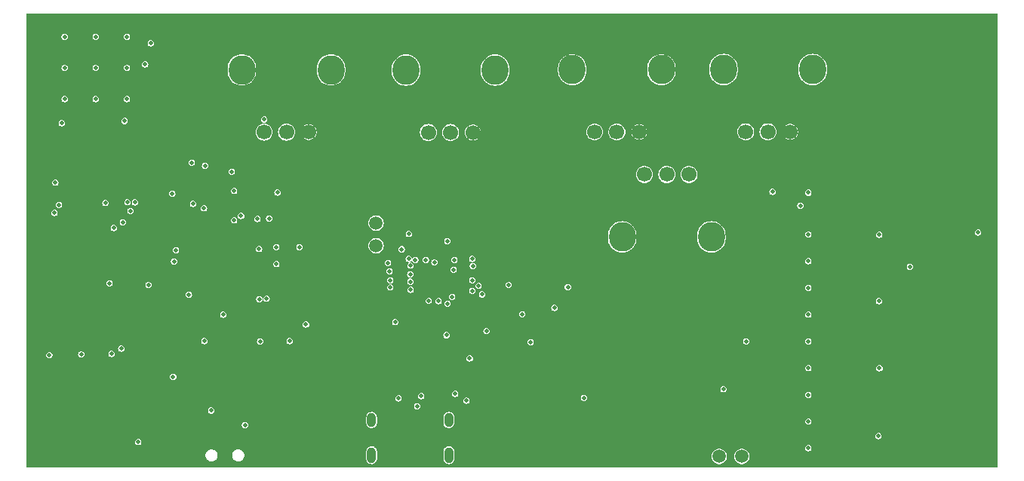
<source format=gbr>
%TF.GenerationSoftware,KiCad,Pcbnew,7.0.2-6a45011f42~172~ubuntu22.04.1*%
%TF.CreationDate,2023-05-03T10:24:55-07:00*%
%TF.ProjectId,hackathon-2022,6861636b-6174-4686-9f6e-2d323032322e,rev?*%
%TF.SameCoordinates,Original*%
%TF.FileFunction,Copper,L2,Inr*%
%TF.FilePolarity,Positive*%
%FSLAX46Y46*%
G04 Gerber Fmt 4.6, Leading zero omitted, Abs format (unit mm)*
G04 Created by KiCad (PCBNEW 7.0.2-6a45011f42~172~ubuntu22.04.1) date 2023-05-03 10:24:55*
%MOMM*%
%LPD*%
G01*
G04 APERTURE LIST*
%TA.AperFunction,ComponentPad*%
%ADD10C,1.700000*%
%TD*%
%TA.AperFunction,ComponentPad*%
%ADD11O,3.000000X3.300000*%
%TD*%
%TA.AperFunction,ComponentPad*%
%ADD12C,1.520000*%
%TD*%
%TA.AperFunction,ComponentPad*%
%ADD13O,1.000000X1.600000*%
%TD*%
%TA.AperFunction,ComponentPad*%
%ADD14O,1.000000X1.800000*%
%TD*%
%TA.AperFunction,ViaPad*%
%ADD15C,0.460000*%
%TD*%
G04 APERTURE END LIST*
D10*
%TO.N,VDD*%
%TO.C,R31*%
X148743714Y-95817671D03*
%TO.N,in_adc1*%
X151243714Y-95817671D03*
%TO.N,GND*%
X153743714Y-95817671D03*
D11*
%TO.N,unconnected-(R31-Pad4)*%
X156243714Y-88817671D03*
%TO.N,unconnected-(R31-Pad5)*%
X146243714Y-88817671D03*
%TD*%
D10*
%TO.N,VDD*%
%TO.C,R28*%
X111670450Y-95837487D03*
%TO.N,in_adc2*%
X114170450Y-95837487D03*
%TO.N,GND*%
X116670450Y-95837487D03*
D11*
%TO.N,unconnected-(R28-Pad4)*%
X119170450Y-88837487D03*
%TO.N,unconnected-(R28-Pad5)*%
X109170450Y-88837487D03*
%TD*%
D12*
%TO.N,Net-(U3-SWD)*%
%TO.C,J2*%
X124231509Y-108583566D03*
%TO.N,Net-(U3-SWCLK)*%
X124231509Y-106043566D03*
%TD*%
D13*
%TO.N,Net-(USB1-SHELL0)*%
%TO.C,USB1*%
X123725552Y-128164680D03*
D14*
X123725552Y-132104680D03*
X132375552Y-132104680D03*
D13*
X132375552Y-128164680D03*
%TD*%
D12*
%TO.N,Net-(U7-VO-)*%
%TO.C,J3*%
X165277522Y-132263141D03*
%TO.N,Net-(U7-VO+)*%
X162737522Y-132263141D03*
%TD*%
D10*
%TO.N,Net-(C25-Pad1)*%
%TO.C,R27*%
X159343123Y-100595783D03*
%TO.N,Net-(C24-Pad1)*%
X156843123Y-100595783D03*
%TO.N,Net-(C23-Pad1)*%
X154343123Y-100595783D03*
D11*
%TO.N,unconnected-(R27-Pad4)*%
X151843123Y-107595783D03*
%TO.N,unconnected-(R27-Pad5)*%
X161843123Y-107595783D03*
%TD*%
D10*
%TO.N,VDD*%
%TO.C,R30*%
X130091666Y-95868877D03*
%TO.N,in_adc*%
X132591666Y-95868877D03*
%TO.N,GND*%
X135091666Y-95868877D03*
D11*
%TO.N,unconnected-(R30-Pad4)*%
X137591666Y-88868877D03*
%TO.N,unconnected-(R30-Pad5)*%
X127591666Y-88868877D03*
%TD*%
D10*
%TO.N,VDD*%
%TO.C,R29*%
X165700513Y-95799691D03*
%TO.N,in_adc3*%
X168200513Y-95799691D03*
%TO.N,GND*%
X170700513Y-95799691D03*
D11*
%TO.N,unconnected-(R29-Pad4)*%
X173200513Y-88799691D03*
%TO.N,unconnected-(R29-Pad5)*%
X163200513Y-88799691D03*
%TD*%
D15*
%TO.N,Net-(U3-DVDD0)*%
X129823624Y-110171023D03*
X130137101Y-114787067D03*
X127905947Y-107264682D03*
%TO.N,audio-enable_gpio*%
X136121731Y-114061377D03*
X165757590Y-119331477D03*
%TO.N,tof-i2c_scl*%
X110911153Y-105583106D03*
X128088436Y-110821129D03*
%TO.N,rpi-led-i2c_sda*%
X103550198Y-99250304D03*
X125564913Y-110534125D03*
%TO.N,rows0_gpio*%
X132923738Y-111271137D03*
X191765116Y-107106866D03*
%TO.N,tof-en_gpio*%
X113162863Y-102620425D03*
X108040740Y-100276731D03*
X127894467Y-110079129D03*
%TO.N,enable1_gpio*%
X104958831Y-119294795D03*
X125823408Y-112471036D03*
%TO.N,cols0_gpio*%
X135730053Y-113092137D03*
X180590062Y-129966549D03*
%TO.N,rgb-drive2_gpio*%
X88957695Y-94828423D03*
X88138000Y-104902000D03*
%TO.N,VDD*%
X108300780Y-105730711D03*
X139103712Y-113001061D03*
X135084962Y-110861061D03*
X126385784Y-117167861D03*
X130765539Y-110462613D03*
X132761882Y-114333038D03*
X109082267Y-105243432D03*
X108300182Y-102435523D03*
X132118000Y-118632349D03*
X133096000Y-125222000D03*
X111670450Y-94417487D03*
X128067580Y-111803352D03*
X105033320Y-99612562D03*
X115628331Y-108739775D03*
X144239073Y-115576061D03*
X104930990Y-104386422D03*
X145746212Y-113251061D03*
%TO.N,rgb-drive18_gpio*%
X96338641Y-103708907D03*
%TO.N,enable0_gpio*%
X105732426Y-127098801D03*
X125823408Y-113271137D03*
%TO.N,cols1_gpio*%
X135023738Y-112471036D03*
X180709972Y-122347597D03*
%TO.N,rgb-drive20_gpio*%
X93861950Y-103790449D03*
X96008808Y-94588387D03*
%TO.N,rgb-drive25_gpio*%
X98323545Y-88225736D03*
X94809921Y-106595795D03*
%TO.N,cols2_gpio*%
X135023738Y-113671188D03*
X180649084Y-114817848D03*
%TO.N,cols3_gpio*%
X180689676Y-107369283D03*
X133023522Y-110171023D03*
%TO.N,rgb-drive26_gpio*%
X97171403Y-103727971D03*
%TO.N,SW-VOUT*%
X116363188Y-117432435D03*
X111209574Y-119343717D03*
%TO.N,rows1_gpio*%
X184120369Y-110950132D03*
X135023738Y-110070985D03*
%TO.N,P4V2*%
X172727828Y-128329456D03*
X88251257Y-101504462D03*
X101463021Y-123322752D03*
X172727828Y-110329456D03*
X113028331Y-108739775D03*
X101369276Y-102731156D03*
X89275954Y-85118590D03*
X172727828Y-122329456D03*
X92775954Y-85118590D03*
X171829726Y-104077368D03*
X101780969Y-109090658D03*
X113028331Y-110639775D03*
X163217590Y-124696477D03*
X172727828Y-113329456D03*
X172727828Y-107329456D03*
X172727828Y-102629456D03*
X96275954Y-92118590D03*
X92775954Y-88618590D03*
X172727828Y-116329456D03*
X96275954Y-88618590D03*
X103222695Y-114096955D03*
X89275954Y-88618590D03*
X109517152Y-128714060D03*
X111102048Y-108956506D03*
X172727828Y-125329456D03*
X89275954Y-92118590D03*
X96275954Y-85118590D03*
X92775954Y-92118590D03*
X172727828Y-119329456D03*
X172727828Y-131329456D03*
%TO.N,QSPI_SS*%
X140627231Y-116280918D03*
X147557265Y-125667432D03*
%TO.N,VBAT*%
X111942415Y-114545263D03*
X111134486Y-114583767D03*
X107088057Y-116332143D03*
X114528309Y-119306337D03*
%TO.N,led-data_gpio*%
X132223675Y-108071023D03*
X168692952Y-102544161D03*
%TO.N,QSPI_SD0*%
X131241388Y-114812071D03*
X141571144Y-119412436D03*
%TO.N,rgb-drive24_gpio*%
X95816779Y-105960680D03*
X98948125Y-85852334D03*
%TO.N,GND*%
X173987828Y-104509456D03*
X113028331Y-109689775D03*
X129286000Y-105156000D03*
X87481867Y-103489458D03*
X121354158Y-127502030D03*
X173987828Y-131509456D03*
X173987828Y-113509456D03*
X136751073Y-111661061D03*
X137178073Y-119386061D03*
X169534421Y-97291841D03*
X113954553Y-117223966D03*
X130224000Y-121666000D03*
X173987828Y-107509456D03*
X108300780Y-104754738D03*
X99286056Y-124863044D03*
X136751073Y-115381061D03*
X114214309Y-120115196D03*
X137744043Y-106375535D03*
X132118000Y-119589572D03*
X117077722Y-110084966D03*
X147468573Y-114051061D03*
X173987828Y-122509456D03*
X108179377Y-114643396D03*
X173987828Y-125509456D03*
X110854722Y-113452508D03*
X173987828Y-119509456D03*
X111612863Y-101795425D03*
X165303060Y-128430459D03*
X173987828Y-102629456D03*
X114918417Y-114678618D03*
X107311376Y-117520684D03*
X113610847Y-113467920D03*
X131308896Y-126629195D03*
X111102048Y-109913729D03*
X99458588Y-115999237D03*
X109987863Y-103495425D03*
X164487590Y-124696477D03*
X93940450Y-102772260D03*
X113187863Y-103495425D03*
X142072926Y-129793421D03*
X110812863Y-101795425D03*
X115925777Y-127279015D03*
X132740151Y-113144387D03*
X133231073Y-105901061D03*
X124802841Y-129352499D03*
X112493804Y-120898678D03*
X110012863Y-101795425D03*
X125428562Y-115567861D03*
X95701385Y-102772260D03*
X173987828Y-116509456D03*
X127233562Y-116671061D03*
X173987828Y-128509456D03*
X145923651Y-129749227D03*
X173987828Y-110509456D03*
%TO.N,QSPI_SD2*%
X136607162Y-118173551D03*
X132241274Y-115106832D03*
%TO.N,RP-USB-NET-DN*%
X129286000Y-125476000D03*
X126746000Y-125730000D03*
%TO.N,rpi-led-i2c_scl*%
X125737445Y-111468671D03*
X103698884Y-103892986D03*
%TO.N,Net-(LED20-A)*%
X94548956Y-120745920D03*
X91151196Y-120790335D03*
X94323724Y-112819719D03*
X98695265Y-113002571D03*
X87575776Y-120879165D03*
%TO.N,drive0_gpio*%
X95624744Y-120139599D03*
X97539888Y-130639109D03*
%TO.N,/4: led-drive_u/SCL*%
X101559912Y-110344316D03*
%TO.N,Net-(Q7-D)*%
X96668793Y-104700617D03*
X88646000Y-104013000D03*
%TO.N,Net-(USB1-CC2)*%
X128836236Y-126607479D03*
X134366000Y-125984000D03*
%TO.N,tof-i2c_sda*%
X112223764Y-105519847D03*
X127115141Y-108984663D03*
%TO.N,Net-(U3-RUN)*%
X128623725Y-110171023D03*
X134736530Y-121247730D03*
%TO.N,unconnected-(U3-GPIO22-Pad34)*%
X128083638Y-112623119D03*
%TO.N,unconnected-(U3-GPIO24-Pad36)*%
X128112742Y-113545967D03*
%TD*%
%TA.AperFunction,Conductor*%
%TO.N,GND*%
G36*
X193995899Y-82504101D02*
G01*
X194000000Y-82514000D01*
X194000000Y-133486000D01*
X193995899Y-133495899D01*
X193986000Y-133500000D01*
X85014000Y-133500000D01*
X85004101Y-133495899D01*
X85000000Y-133486000D01*
X85000000Y-132227566D01*
X105087652Y-132227566D01*
X105127142Y-132387784D01*
X105203827Y-132533895D01*
X105313251Y-132657409D01*
X105449053Y-132751147D01*
X105603343Y-132809661D01*
X105726047Y-132824560D01*
X105726477Y-132824560D01*
X105807827Y-132824560D01*
X105808257Y-132824560D01*
X105930961Y-132809661D01*
X106085251Y-132751147D01*
X106221053Y-132657409D01*
X106330477Y-132533895D01*
X106407162Y-132387784D01*
X106446652Y-132227566D01*
X108087652Y-132227566D01*
X108127142Y-132387784D01*
X108203827Y-132533895D01*
X108313251Y-132657409D01*
X108449053Y-132751147D01*
X108603343Y-132809661D01*
X108726047Y-132824560D01*
X108726477Y-132824560D01*
X108807827Y-132824560D01*
X108808257Y-132824560D01*
X108930961Y-132809661D01*
X109085251Y-132751147D01*
X109221053Y-132657409D01*
X109321488Y-132544041D01*
X123125052Y-132544041D01*
X123125111Y-132544493D01*
X123125112Y-132544500D01*
X123140507Y-132661441D01*
X123177665Y-132751147D01*
X123201016Y-132807521D01*
X123297270Y-132932962D01*
X123422711Y-133029216D01*
X123422712Y-133029216D01*
X123422713Y-133029217D01*
X123450263Y-133040628D01*
X123452980Y-133042125D01*
X123465724Y-133051121D01*
X123465725Y-133051121D01*
X123465726Y-133051122D01*
X123534936Y-133075719D01*
X123535564Y-133075961D01*
X123559162Y-133085735D01*
X123568787Y-133089723D01*
X123568790Y-133089724D01*
X123576147Y-133090692D01*
X123578988Y-133091375D01*
X123610648Y-133102628D01*
X123702714Y-133108925D01*
X123764091Y-133113123D01*
X123764091Y-133113122D01*
X123764093Y-133113123D01*
X123866492Y-133091843D01*
X123867486Y-133091675D01*
X123882314Y-133089724D01*
X123886753Y-133087884D01*
X123889256Y-133087113D01*
X123914679Y-133081831D01*
X123967199Y-133054616D01*
X123968261Y-133054122D01*
X124028393Y-133029216D01*
X124153834Y-132932962D01*
X124250088Y-132807521D01*
X124310596Y-132661442D01*
X124326052Y-132544041D01*
X131775052Y-132544041D01*
X131775111Y-132544493D01*
X131775112Y-132544500D01*
X131790507Y-132661441D01*
X131827665Y-132751147D01*
X131851016Y-132807521D01*
X131947270Y-132932962D01*
X132072711Y-133029216D01*
X132072712Y-133029216D01*
X132072713Y-133029217D01*
X132100263Y-133040628D01*
X132102980Y-133042125D01*
X132115724Y-133051121D01*
X132115725Y-133051121D01*
X132115726Y-133051122D01*
X132184936Y-133075719D01*
X132185564Y-133075961D01*
X132209162Y-133085735D01*
X132218787Y-133089723D01*
X132218790Y-133089724D01*
X132226147Y-133090692D01*
X132228988Y-133091375D01*
X132260648Y-133102628D01*
X132352714Y-133108924D01*
X132414091Y-133113123D01*
X132414091Y-133113122D01*
X132414093Y-133113123D01*
X132516492Y-133091843D01*
X132517486Y-133091675D01*
X132532314Y-133089724D01*
X132536753Y-133087884D01*
X132539256Y-133087113D01*
X132564679Y-133081831D01*
X132617199Y-133054616D01*
X132618261Y-133054122D01*
X132678393Y-133029216D01*
X132803834Y-132932962D01*
X132900088Y-132807521D01*
X132960596Y-132661442D01*
X132976052Y-132544041D01*
X132976052Y-132263140D01*
X161872281Y-132263140D01*
X161891189Y-132443033D01*
X161947086Y-132615068D01*
X162037526Y-132771714D01*
X162037528Y-132771716D01*
X162158563Y-132906140D01*
X162304902Y-133012461D01*
X162470148Y-133086033D01*
X162647080Y-133123641D01*
X162827964Y-133123641D01*
X163004896Y-133086033D01*
X163170142Y-133012461D01*
X163316481Y-132906140D01*
X163437516Y-132771716D01*
X163527958Y-132615066D01*
X163583854Y-132443035D01*
X163602762Y-132263141D01*
X163602762Y-132263140D01*
X164412281Y-132263140D01*
X164431189Y-132443033D01*
X164487086Y-132615068D01*
X164577526Y-132771714D01*
X164577528Y-132771716D01*
X164698563Y-132906140D01*
X164844902Y-133012461D01*
X165010148Y-133086033D01*
X165187080Y-133123641D01*
X165367964Y-133123641D01*
X165544896Y-133086033D01*
X165710142Y-133012461D01*
X165856481Y-132906140D01*
X165977516Y-132771716D01*
X166067958Y-132615066D01*
X166123854Y-132443035D01*
X166142762Y-132263141D01*
X166123854Y-132083247D01*
X166067958Y-131911216D01*
X166067957Y-131911215D01*
X166067957Y-131911213D01*
X165977517Y-131754567D01*
X165967463Y-131743401D01*
X165856481Y-131620142D01*
X165757073Y-131547918D01*
X165710144Y-131513822D01*
X165544894Y-131440248D01*
X165367964Y-131402641D01*
X165187080Y-131402641D01*
X165010149Y-131440248D01*
X164844899Y-131513822D01*
X164698564Y-131620141D01*
X164577526Y-131754567D01*
X164487086Y-131911213D01*
X164431189Y-132083248D01*
X164412281Y-132263140D01*
X163602762Y-132263140D01*
X163583854Y-132083247D01*
X163527958Y-131911216D01*
X163527957Y-131911215D01*
X163527957Y-131911213D01*
X163437517Y-131754567D01*
X163427463Y-131743401D01*
X163316481Y-131620142D01*
X163217073Y-131547918D01*
X163170144Y-131513822D01*
X163004894Y-131440248D01*
X162827964Y-131402641D01*
X162647080Y-131402641D01*
X162470149Y-131440248D01*
X162304899Y-131513822D01*
X162158564Y-131620141D01*
X162037526Y-131754567D01*
X161947086Y-131911213D01*
X161891189Y-132083248D01*
X161872281Y-132263140D01*
X132976052Y-132263140D01*
X132976052Y-131665319D01*
X132960596Y-131547918D01*
X132900088Y-131401839D01*
X132844547Y-131329456D01*
X172368908Y-131329456D01*
X172386476Y-131440368D01*
X172437457Y-131540425D01*
X172516858Y-131619826D01*
X172516860Y-131619827D01*
X172516861Y-131619828D01*
X172616916Y-131670808D01*
X172710260Y-131685592D01*
X172727827Y-131688375D01*
X172727827Y-131688374D01*
X172727828Y-131688375D01*
X172838740Y-131670808D01*
X172938795Y-131619828D01*
X173018200Y-131540423D01*
X173069180Y-131440368D01*
X173086747Y-131329456D01*
X173069180Y-131218544D01*
X173018200Y-131118489D01*
X173018199Y-131118488D01*
X173018198Y-131118486D01*
X172938797Y-131039085D01*
X172838740Y-130988104D01*
X172727827Y-130970536D01*
X172616915Y-130988104D01*
X172516858Y-131039085D01*
X172437457Y-131118486D01*
X172386476Y-131218543D01*
X172368908Y-131329456D01*
X132844547Y-131329456D01*
X132803834Y-131276398D01*
X132678393Y-131180144D01*
X132678392Y-131180143D01*
X132678390Y-131180142D01*
X132650840Y-131168731D01*
X132648126Y-131167237D01*
X132635378Y-131158238D01*
X132635376Y-131158237D01*
X132566187Y-131133647D01*
X132565517Y-131133389D01*
X132532313Y-131119635D01*
X132524966Y-131118668D01*
X132522105Y-131117980D01*
X132520785Y-131117511D01*
X132490456Y-131106732D01*
X132490455Y-131106731D01*
X132490453Y-131106731D01*
X132337011Y-131096236D01*
X132234629Y-131117511D01*
X132233609Y-131117684D01*
X132218792Y-131119635D01*
X132214350Y-131121474D01*
X132211844Y-131122245D01*
X132186426Y-131127528D01*
X132133917Y-131154735D01*
X132132834Y-131155238D01*
X132072712Y-131180143D01*
X131947270Y-131276398D01*
X131851015Y-131401840D01*
X131790507Y-131547918D01*
X131775112Y-131664859D01*
X131775111Y-131664867D01*
X131775052Y-131665319D01*
X131775052Y-132544041D01*
X124326052Y-132544041D01*
X124326052Y-131665319D01*
X124310596Y-131547918D01*
X124250088Y-131401839D01*
X124153834Y-131276398D01*
X124028393Y-131180144D01*
X124028392Y-131180143D01*
X124028390Y-131180142D01*
X124000840Y-131168731D01*
X123998126Y-131167237D01*
X123985378Y-131158238D01*
X123985376Y-131158237D01*
X123916187Y-131133647D01*
X123915517Y-131133389D01*
X123882313Y-131119635D01*
X123874966Y-131118668D01*
X123872105Y-131117980D01*
X123870785Y-131117511D01*
X123840456Y-131106732D01*
X123840455Y-131106731D01*
X123840453Y-131106731D01*
X123687011Y-131096236D01*
X123584629Y-131117511D01*
X123583609Y-131117684D01*
X123568792Y-131119635D01*
X123564350Y-131121474D01*
X123561844Y-131122245D01*
X123536426Y-131127528D01*
X123483917Y-131154735D01*
X123482834Y-131155238D01*
X123422712Y-131180143D01*
X123297270Y-131276398D01*
X123201015Y-131401840D01*
X123140507Y-131547918D01*
X123125112Y-131664859D01*
X123125111Y-131664867D01*
X123125052Y-131665319D01*
X123125052Y-132544041D01*
X109321488Y-132544041D01*
X109330477Y-132533895D01*
X109407162Y-132387784D01*
X109446652Y-132227566D01*
X109446652Y-132062554D01*
X109407162Y-131902336D01*
X109330477Y-131756225D01*
X109221053Y-131632711D01*
X109085251Y-131538973D01*
X109018933Y-131513822D01*
X108930963Y-131480459D01*
X108808683Y-131465611D01*
X108808671Y-131465610D01*
X108808257Y-131465560D01*
X108726047Y-131465560D01*
X108725633Y-131465610D01*
X108725620Y-131465611D01*
X108603340Y-131480459D01*
X108449055Y-131538972D01*
X108449054Y-131538972D01*
X108449053Y-131538973D01*
X108436094Y-131547918D01*
X108313250Y-131632711D01*
X108203826Y-131756226D01*
X108127142Y-131902335D01*
X108127141Y-131902336D01*
X108127142Y-131902336D01*
X108087652Y-132062554D01*
X108087652Y-132227566D01*
X106446652Y-132227566D01*
X106446652Y-132062554D01*
X106407162Y-131902336D01*
X106330477Y-131756225D01*
X106221053Y-131632711D01*
X106085251Y-131538973D01*
X106018933Y-131513822D01*
X105930963Y-131480459D01*
X105808683Y-131465611D01*
X105808671Y-131465610D01*
X105808257Y-131465560D01*
X105726047Y-131465560D01*
X105725633Y-131465610D01*
X105725620Y-131465611D01*
X105603340Y-131480459D01*
X105449055Y-131538972D01*
X105449054Y-131538972D01*
X105449053Y-131538973D01*
X105436094Y-131547918D01*
X105313250Y-131632711D01*
X105203826Y-131756226D01*
X105127142Y-131902335D01*
X105127141Y-131902336D01*
X105127142Y-131902336D01*
X105087652Y-132062554D01*
X105087652Y-132227566D01*
X85000000Y-132227566D01*
X85000000Y-130639108D01*
X97180968Y-130639108D01*
X97198536Y-130750021D01*
X97249517Y-130850078D01*
X97328918Y-130929479D01*
X97328920Y-130929480D01*
X97328921Y-130929481D01*
X97428976Y-130980461D01*
X97522320Y-130995245D01*
X97539887Y-130998028D01*
X97539887Y-130998027D01*
X97539888Y-130998028D01*
X97650800Y-130980461D01*
X97750855Y-130929481D01*
X97830260Y-130850076D01*
X97881240Y-130750021D01*
X97898807Y-130639109D01*
X97881240Y-130528197D01*
X97830260Y-130428142D01*
X97830259Y-130428141D01*
X97830258Y-130428139D01*
X97750857Y-130348738D01*
X97650800Y-130297757D01*
X97539887Y-130280189D01*
X97428975Y-130297757D01*
X97328918Y-130348738D01*
X97249517Y-130428139D01*
X97198536Y-130528196D01*
X97180968Y-130639108D01*
X85000000Y-130639108D01*
X85000000Y-129966548D01*
X180231142Y-129966548D01*
X180248710Y-130077461D01*
X180299691Y-130177518D01*
X180379092Y-130256919D01*
X180379094Y-130256920D01*
X180379095Y-130256921D01*
X180479150Y-130307901D01*
X180572494Y-130322685D01*
X180590061Y-130325468D01*
X180590061Y-130325467D01*
X180590062Y-130325468D01*
X180700974Y-130307901D01*
X180801029Y-130256921D01*
X180880434Y-130177516D01*
X180931414Y-130077461D01*
X180948981Y-129966549D01*
X180931414Y-129855637D01*
X180880434Y-129755582D01*
X180880433Y-129755581D01*
X180880432Y-129755579D01*
X180801031Y-129676178D01*
X180700974Y-129625197D01*
X180590061Y-129607629D01*
X180479149Y-129625197D01*
X180379092Y-129676178D01*
X180299691Y-129755579D01*
X180248710Y-129855636D01*
X180231142Y-129966548D01*
X85000000Y-129966548D01*
X85000000Y-128714059D01*
X109158232Y-128714059D01*
X109175800Y-128824972D01*
X109226781Y-128925029D01*
X109306182Y-129004430D01*
X109306184Y-129004431D01*
X109306185Y-129004432D01*
X109406240Y-129055412D01*
X109517152Y-129072979D01*
X109628064Y-129055412D01*
X109728119Y-129004432D01*
X109807524Y-128925027D01*
X109858504Y-128824972D01*
X109876071Y-128714060D01*
X109858504Y-128603148D01*
X109808007Y-128504041D01*
X123125052Y-128504041D01*
X123125111Y-128504493D01*
X123125112Y-128504500D01*
X123140507Y-128621441D01*
X123201015Y-128767519D01*
X123201016Y-128767521D01*
X123297270Y-128892962D01*
X123422711Y-128989216D01*
X123422712Y-128989216D01*
X123422713Y-128989217D01*
X123450263Y-129000628D01*
X123452980Y-129002125D01*
X123465724Y-129011121D01*
X123465725Y-129011121D01*
X123465726Y-129011122D01*
X123534936Y-129035719D01*
X123535564Y-129035961D01*
X123559162Y-129045735D01*
X123568787Y-129049723D01*
X123568790Y-129049724D01*
X123576147Y-129050692D01*
X123578988Y-129051375D01*
X123610648Y-129062628D01*
X123702714Y-129068925D01*
X123764091Y-129073123D01*
X123764091Y-129073122D01*
X123764093Y-129073123D01*
X123866492Y-129051843D01*
X123867486Y-129051675D01*
X123882314Y-129049724D01*
X123886753Y-129047884D01*
X123889256Y-129047113D01*
X123914679Y-129041831D01*
X123967199Y-129014616D01*
X123968261Y-129014122D01*
X124028393Y-128989216D01*
X124153834Y-128892962D01*
X124250088Y-128767521D01*
X124310596Y-128621442D01*
X124326052Y-128504041D01*
X131775052Y-128504041D01*
X131775111Y-128504493D01*
X131775112Y-128504500D01*
X131790507Y-128621441D01*
X131851015Y-128767519D01*
X131851016Y-128767521D01*
X131947270Y-128892962D01*
X132072711Y-128989216D01*
X132072712Y-128989216D01*
X132072713Y-128989217D01*
X132100263Y-129000628D01*
X132102980Y-129002125D01*
X132115724Y-129011121D01*
X132115725Y-129011121D01*
X132115726Y-129011122D01*
X132184936Y-129035719D01*
X132185564Y-129035961D01*
X132209162Y-129045735D01*
X132218787Y-129049723D01*
X132218790Y-129049724D01*
X132226147Y-129050692D01*
X132228988Y-129051375D01*
X132260648Y-129062628D01*
X132352714Y-129068924D01*
X132414091Y-129073123D01*
X132414091Y-129073122D01*
X132414093Y-129073123D01*
X132516492Y-129051843D01*
X132517486Y-129051675D01*
X132532314Y-129049724D01*
X132536753Y-129047884D01*
X132539256Y-129047113D01*
X132564679Y-129041831D01*
X132617199Y-129014616D01*
X132618261Y-129014122D01*
X132678393Y-128989216D01*
X132803834Y-128892962D01*
X132900088Y-128767521D01*
X132960596Y-128621442D01*
X132976052Y-128504041D01*
X132976052Y-128329455D01*
X172368908Y-128329455D01*
X172386476Y-128440368D01*
X172437457Y-128540425D01*
X172516858Y-128619826D01*
X172516860Y-128619827D01*
X172516861Y-128619828D01*
X172616916Y-128670808D01*
X172710260Y-128685592D01*
X172727827Y-128688375D01*
X172727827Y-128688374D01*
X172727828Y-128688375D01*
X172838740Y-128670808D01*
X172938795Y-128619828D01*
X173018200Y-128540423D01*
X173069180Y-128440368D01*
X173086747Y-128329456D01*
X173069180Y-128218544D01*
X173018200Y-128118489D01*
X173018199Y-128118488D01*
X173018198Y-128118486D01*
X172938797Y-128039085D01*
X172838740Y-127988104D01*
X172727827Y-127970536D01*
X172616915Y-127988104D01*
X172516858Y-128039085D01*
X172437457Y-128118486D01*
X172386476Y-128218543D01*
X172368908Y-128329455D01*
X132976052Y-128329455D01*
X132976052Y-127825319D01*
X132960596Y-127707918D01*
X132900088Y-127561839D01*
X132803834Y-127436398D01*
X132678393Y-127340144D01*
X132678392Y-127340143D01*
X132678390Y-127340142D01*
X132650840Y-127328731D01*
X132648126Y-127327237D01*
X132635378Y-127318238D01*
X132635376Y-127318237D01*
X132566187Y-127293647D01*
X132565517Y-127293389D01*
X132532313Y-127279635D01*
X132524966Y-127278668D01*
X132522105Y-127277980D01*
X132520785Y-127277511D01*
X132490456Y-127266732D01*
X132490455Y-127266731D01*
X132490453Y-127266731D01*
X132337011Y-127256236D01*
X132234629Y-127277511D01*
X132233609Y-127277684D01*
X132218792Y-127279635D01*
X132214350Y-127281474D01*
X132211844Y-127282245D01*
X132186426Y-127287528D01*
X132133917Y-127314735D01*
X132132834Y-127315238D01*
X132072712Y-127340143D01*
X131947270Y-127436398D01*
X131851015Y-127561840D01*
X131790507Y-127707918D01*
X131775112Y-127824859D01*
X131775111Y-127824867D01*
X131775052Y-127825319D01*
X131775052Y-128504041D01*
X124326052Y-128504041D01*
X124326052Y-127825319D01*
X124310596Y-127707918D01*
X124250088Y-127561839D01*
X124153834Y-127436398D01*
X124028393Y-127340144D01*
X124028392Y-127340143D01*
X124028390Y-127340142D01*
X124000840Y-127328731D01*
X123998126Y-127327237D01*
X123985378Y-127318238D01*
X123985376Y-127318237D01*
X123916187Y-127293647D01*
X123915517Y-127293389D01*
X123882313Y-127279635D01*
X123874966Y-127278668D01*
X123872105Y-127277980D01*
X123870785Y-127277511D01*
X123840456Y-127266732D01*
X123840455Y-127266731D01*
X123840453Y-127266731D01*
X123687011Y-127256236D01*
X123584629Y-127277511D01*
X123583609Y-127277684D01*
X123568792Y-127279635D01*
X123564350Y-127281474D01*
X123561844Y-127282245D01*
X123536426Y-127287528D01*
X123483917Y-127314735D01*
X123482834Y-127315238D01*
X123422712Y-127340143D01*
X123297270Y-127436398D01*
X123201015Y-127561840D01*
X123140507Y-127707918D01*
X123125112Y-127824859D01*
X123125111Y-127824867D01*
X123125052Y-127825319D01*
X123125052Y-128504041D01*
X109808007Y-128504041D01*
X109807524Y-128503093D01*
X109807523Y-128503092D01*
X109807522Y-128503090D01*
X109728121Y-128423689D01*
X109628064Y-128372708D01*
X109517152Y-128355140D01*
X109406239Y-128372708D01*
X109306182Y-128423689D01*
X109226781Y-128503090D01*
X109175800Y-128603147D01*
X109158232Y-128714059D01*
X85000000Y-128714059D01*
X85000000Y-127098801D01*
X105373506Y-127098801D01*
X105391074Y-127209713D01*
X105442055Y-127309770D01*
X105521456Y-127389171D01*
X105521458Y-127389172D01*
X105521459Y-127389173D01*
X105621514Y-127440153D01*
X105732426Y-127457720D01*
X105843338Y-127440153D01*
X105943393Y-127389173D01*
X106022798Y-127309768D01*
X106073778Y-127209713D01*
X106091345Y-127098801D01*
X106073778Y-126987889D01*
X106022798Y-126887834D01*
X106022797Y-126887833D01*
X106022796Y-126887831D01*
X105943395Y-126808430D01*
X105843338Y-126757449D01*
X105732426Y-126739881D01*
X105621513Y-126757449D01*
X105521456Y-126808430D01*
X105442055Y-126887831D01*
X105391074Y-126987888D01*
X105373506Y-127098801D01*
X85000000Y-127098801D01*
X85000000Y-126607478D01*
X128477316Y-126607478D01*
X128494884Y-126718391D01*
X128545865Y-126818448D01*
X128625266Y-126897849D01*
X128625268Y-126897850D01*
X128625269Y-126897851D01*
X128725324Y-126948831D01*
X128818668Y-126963615D01*
X128836235Y-126966398D01*
X128836235Y-126966397D01*
X128836236Y-126966398D01*
X128947148Y-126948831D01*
X129047203Y-126897851D01*
X129126608Y-126818446D01*
X129177588Y-126718391D01*
X129195155Y-126607479D01*
X129177588Y-126496567D01*
X129126608Y-126396512D01*
X129126607Y-126396511D01*
X129126606Y-126396509D01*
X129047205Y-126317108D01*
X128947148Y-126266127D01*
X128836236Y-126248559D01*
X128725323Y-126266127D01*
X128625266Y-126317108D01*
X128545865Y-126396509D01*
X128494884Y-126496566D01*
X128477316Y-126607478D01*
X85000000Y-126607478D01*
X85000000Y-125729999D01*
X126387080Y-125729999D01*
X126404648Y-125840912D01*
X126455629Y-125940969D01*
X126535030Y-126020370D01*
X126535032Y-126020371D01*
X126535033Y-126020372D01*
X126635088Y-126071352D01*
X126728432Y-126086136D01*
X126745999Y-126088919D01*
X126745999Y-126088918D01*
X126746000Y-126088919D01*
X126856912Y-126071352D01*
X126956967Y-126020372D01*
X126993339Y-125984000D01*
X134007080Y-125984000D01*
X134024648Y-126094912D01*
X134075629Y-126194969D01*
X134155030Y-126274370D01*
X134155032Y-126274371D01*
X134155033Y-126274372D01*
X134255088Y-126325352D01*
X134366000Y-126342919D01*
X134476912Y-126325352D01*
X134576967Y-126274372D01*
X134656372Y-126194967D01*
X134707352Y-126094912D01*
X134724919Y-125984000D01*
X134707352Y-125873088D01*
X134656372Y-125773033D01*
X134656371Y-125773032D01*
X134656370Y-125773030D01*
X134576969Y-125693629D01*
X134525552Y-125667431D01*
X147198345Y-125667431D01*
X147215913Y-125778344D01*
X147266894Y-125878401D01*
X147346295Y-125957802D01*
X147346297Y-125957803D01*
X147346298Y-125957804D01*
X147446353Y-126008784D01*
X147539696Y-126023568D01*
X147557264Y-126026351D01*
X147557264Y-126026350D01*
X147557265Y-126026351D01*
X147668177Y-126008784D01*
X147768232Y-125957804D01*
X147847637Y-125878399D01*
X147898617Y-125778344D01*
X147916184Y-125667432D01*
X147898617Y-125556520D01*
X147847637Y-125456465D01*
X147847636Y-125456464D01*
X147847635Y-125456462D01*
X147768234Y-125377061D01*
X147674803Y-125329456D01*
X172368908Y-125329456D01*
X172386476Y-125440368D01*
X172437457Y-125540425D01*
X172516858Y-125619826D01*
X172516860Y-125619827D01*
X172516861Y-125619828D01*
X172616916Y-125670808D01*
X172710260Y-125685592D01*
X172727827Y-125688375D01*
X172727827Y-125688374D01*
X172727828Y-125688375D01*
X172838740Y-125670808D01*
X172938795Y-125619828D01*
X173018200Y-125540423D01*
X173069180Y-125440368D01*
X173086747Y-125329456D01*
X173069180Y-125218544D01*
X173018200Y-125118489D01*
X173018199Y-125118488D01*
X173018198Y-125118486D01*
X172938797Y-125039085D01*
X172838740Y-124988104D01*
X172727827Y-124970536D01*
X172616915Y-124988104D01*
X172516858Y-125039085D01*
X172437457Y-125118486D01*
X172386476Y-125218543D01*
X172368908Y-125329456D01*
X147674803Y-125329456D01*
X147668177Y-125326080D01*
X147557264Y-125308512D01*
X147446352Y-125326080D01*
X147346295Y-125377061D01*
X147266894Y-125456462D01*
X147215913Y-125556519D01*
X147198345Y-125667431D01*
X134525552Y-125667431D01*
X134476912Y-125642648D01*
X134366000Y-125625080D01*
X134255087Y-125642648D01*
X134155030Y-125693629D01*
X134075629Y-125773030D01*
X134024648Y-125873087D01*
X134007080Y-125984000D01*
X126993339Y-125984000D01*
X127036372Y-125940967D01*
X127087352Y-125840912D01*
X127104919Y-125730000D01*
X127087352Y-125619088D01*
X127036372Y-125519033D01*
X127036371Y-125519032D01*
X127036370Y-125519030D01*
X126993340Y-125476000D01*
X128927080Y-125476000D01*
X128944648Y-125586912D01*
X128995629Y-125686969D01*
X129075030Y-125766370D01*
X129075032Y-125766371D01*
X129075033Y-125766372D01*
X129175088Y-125817352D01*
X129286000Y-125834919D01*
X129396912Y-125817352D01*
X129496967Y-125766372D01*
X129576372Y-125686967D01*
X129627352Y-125586912D01*
X129644919Y-125476000D01*
X129627352Y-125365088D01*
X129576372Y-125265033D01*
X129576371Y-125265032D01*
X129576370Y-125265030D01*
X129533340Y-125222000D01*
X132737080Y-125222000D01*
X132754648Y-125332912D01*
X132805629Y-125432969D01*
X132885030Y-125512370D01*
X132885032Y-125512371D01*
X132885033Y-125512372D01*
X132985088Y-125563352D01*
X133096000Y-125580919D01*
X133206912Y-125563352D01*
X133306967Y-125512372D01*
X133386372Y-125432967D01*
X133437352Y-125332912D01*
X133454919Y-125222000D01*
X133437352Y-125111088D01*
X133386372Y-125011033D01*
X133386371Y-125011032D01*
X133386370Y-125011030D01*
X133306969Y-124931629D01*
X133206912Y-124880648D01*
X133096000Y-124863080D01*
X132985087Y-124880648D01*
X132885030Y-124931629D01*
X132805629Y-125011030D01*
X132754648Y-125111087D01*
X132737080Y-125222000D01*
X129533340Y-125222000D01*
X129496969Y-125185629D01*
X129396912Y-125134648D01*
X129286000Y-125117080D01*
X129175087Y-125134648D01*
X129075030Y-125185629D01*
X128995629Y-125265030D01*
X128944648Y-125365087D01*
X128927080Y-125476000D01*
X126993340Y-125476000D01*
X126956969Y-125439629D01*
X126856912Y-125388648D01*
X126745999Y-125371080D01*
X126635087Y-125388648D01*
X126535030Y-125439629D01*
X126455629Y-125519030D01*
X126404648Y-125619087D01*
X126387080Y-125729999D01*
X85000000Y-125729999D01*
X85000000Y-124696476D01*
X162858670Y-124696476D01*
X162876238Y-124807389D01*
X162927219Y-124907446D01*
X163006620Y-124986847D01*
X163006622Y-124986848D01*
X163006623Y-124986849D01*
X163106678Y-125037829D01*
X163217590Y-125055396D01*
X163328502Y-125037829D01*
X163428557Y-124986849D01*
X163507962Y-124907444D01*
X163558942Y-124807389D01*
X163576509Y-124696477D01*
X163558942Y-124585565D01*
X163507962Y-124485510D01*
X163507961Y-124485509D01*
X163507960Y-124485507D01*
X163428559Y-124406106D01*
X163328502Y-124355125D01*
X163217590Y-124337557D01*
X163106677Y-124355125D01*
X163006620Y-124406106D01*
X162927219Y-124485507D01*
X162876238Y-124585564D01*
X162858670Y-124696476D01*
X85000000Y-124696476D01*
X85000000Y-123322751D01*
X101104101Y-123322751D01*
X101121669Y-123433664D01*
X101172650Y-123533721D01*
X101252051Y-123613122D01*
X101252053Y-123613123D01*
X101252054Y-123613124D01*
X101352109Y-123664104D01*
X101445452Y-123678888D01*
X101463020Y-123681671D01*
X101463020Y-123681670D01*
X101463021Y-123681671D01*
X101573933Y-123664104D01*
X101673988Y-123613124D01*
X101753393Y-123533719D01*
X101804373Y-123433664D01*
X101821940Y-123322752D01*
X101804373Y-123211840D01*
X101753393Y-123111785D01*
X101753392Y-123111784D01*
X101753391Y-123111782D01*
X101673990Y-123032381D01*
X101573933Y-122981400D01*
X101463020Y-122963832D01*
X101352108Y-122981400D01*
X101252051Y-123032381D01*
X101172650Y-123111782D01*
X101121669Y-123211839D01*
X101104101Y-123322751D01*
X85000000Y-123322751D01*
X85000000Y-122329455D01*
X172368908Y-122329455D01*
X172386476Y-122440368D01*
X172437457Y-122540425D01*
X172516858Y-122619826D01*
X172516860Y-122619827D01*
X172516861Y-122619828D01*
X172616916Y-122670808D01*
X172710260Y-122685592D01*
X172727827Y-122688375D01*
X172727827Y-122688374D01*
X172727828Y-122688375D01*
X172838740Y-122670808D01*
X172938795Y-122619828D01*
X173018200Y-122540423D01*
X173069180Y-122440368D01*
X173083874Y-122347596D01*
X180351052Y-122347596D01*
X180368620Y-122458509D01*
X180419601Y-122558566D01*
X180499002Y-122637967D01*
X180499004Y-122637968D01*
X180499005Y-122637969D01*
X180599060Y-122688949D01*
X180709972Y-122706516D01*
X180820884Y-122688949D01*
X180920939Y-122637969D01*
X181000344Y-122558564D01*
X181051324Y-122458509D01*
X181068891Y-122347597D01*
X181051324Y-122236685D01*
X181000344Y-122136630D01*
X181000343Y-122136629D01*
X181000342Y-122136627D01*
X180920941Y-122057226D01*
X180820884Y-122006245D01*
X180709972Y-121988677D01*
X180599059Y-122006245D01*
X180499002Y-122057226D01*
X180419601Y-122136627D01*
X180368620Y-122236684D01*
X180351052Y-122347596D01*
X173083874Y-122347596D01*
X173086747Y-122329456D01*
X173069180Y-122218544D01*
X173018200Y-122118489D01*
X173018199Y-122118488D01*
X173018198Y-122118486D01*
X172938797Y-122039085D01*
X172838740Y-121988104D01*
X172727827Y-121970536D01*
X172616915Y-121988104D01*
X172516858Y-122039085D01*
X172437457Y-122118486D01*
X172386476Y-122218543D01*
X172368908Y-122329455D01*
X85000000Y-122329455D01*
X85000000Y-121247730D01*
X134377610Y-121247730D01*
X134395178Y-121358642D01*
X134446159Y-121458699D01*
X134525560Y-121538100D01*
X134525562Y-121538101D01*
X134525563Y-121538102D01*
X134625618Y-121589082D01*
X134718961Y-121603866D01*
X134736529Y-121606649D01*
X134736529Y-121606648D01*
X134736530Y-121606649D01*
X134847442Y-121589082D01*
X134947497Y-121538102D01*
X135026902Y-121458697D01*
X135077882Y-121358642D01*
X135095449Y-121247730D01*
X135077882Y-121136818D01*
X135026902Y-121036763D01*
X135026901Y-121036762D01*
X135026900Y-121036760D01*
X134947499Y-120957359D01*
X134847442Y-120906378D01*
X134736529Y-120888810D01*
X134625617Y-120906378D01*
X134525560Y-120957359D01*
X134446159Y-121036760D01*
X134395178Y-121136817D01*
X134377610Y-121247730D01*
X85000000Y-121247730D01*
X85000000Y-120879165D01*
X87216856Y-120879165D01*
X87234424Y-120990077D01*
X87285405Y-121090134D01*
X87364806Y-121169535D01*
X87364808Y-121169536D01*
X87364809Y-121169537D01*
X87464864Y-121220517D01*
X87575776Y-121238084D01*
X87686688Y-121220517D01*
X87786743Y-121169537D01*
X87866148Y-121090132D01*
X87917128Y-120990077D01*
X87934695Y-120879165D01*
X87920625Y-120790335D01*
X90792276Y-120790335D01*
X90809844Y-120901247D01*
X90860825Y-121001304D01*
X90940226Y-121080705D01*
X90940228Y-121080706D01*
X90940229Y-121080707D01*
X91040284Y-121131687D01*
X91151196Y-121149254D01*
X91262108Y-121131687D01*
X91362163Y-121080707D01*
X91441568Y-121001302D01*
X91492548Y-120901247D01*
X91510115Y-120790335D01*
X91503080Y-120745919D01*
X94190036Y-120745919D01*
X94207604Y-120856832D01*
X94258585Y-120956889D01*
X94337986Y-121036290D01*
X94337988Y-121036291D01*
X94337989Y-121036292D01*
X94438044Y-121087272D01*
X94548956Y-121104839D01*
X94659868Y-121087272D01*
X94759923Y-121036292D01*
X94839328Y-120956887D01*
X94890308Y-120856832D01*
X94907875Y-120745920D01*
X94890308Y-120635008D01*
X94839328Y-120534953D01*
X94839327Y-120534952D01*
X94839326Y-120534950D01*
X94759925Y-120455549D01*
X94659868Y-120404568D01*
X94548956Y-120387000D01*
X94438043Y-120404568D01*
X94337986Y-120455549D01*
X94258585Y-120534950D01*
X94207604Y-120635007D01*
X94190036Y-120745919D01*
X91503080Y-120745919D01*
X91492548Y-120679423D01*
X91441568Y-120579368D01*
X91441567Y-120579367D01*
X91441566Y-120579365D01*
X91362165Y-120499964D01*
X91262108Y-120448983D01*
X91151196Y-120431415D01*
X91040283Y-120448983D01*
X90940226Y-120499964D01*
X90860825Y-120579365D01*
X90809844Y-120679422D01*
X90792276Y-120790335D01*
X87920625Y-120790335D01*
X87917128Y-120768253D01*
X87866148Y-120668198D01*
X87866147Y-120668197D01*
X87866146Y-120668195D01*
X87786745Y-120588794D01*
X87686688Y-120537813D01*
X87575776Y-120520245D01*
X87464863Y-120537813D01*
X87364806Y-120588794D01*
X87285405Y-120668195D01*
X87234424Y-120768252D01*
X87216856Y-120879165D01*
X85000000Y-120879165D01*
X85000000Y-120139598D01*
X95265824Y-120139598D01*
X95283392Y-120250511D01*
X95334373Y-120350568D01*
X95413774Y-120429969D01*
X95413776Y-120429970D01*
X95413777Y-120429971D01*
X95513832Y-120480951D01*
X95607176Y-120495735D01*
X95624743Y-120498518D01*
X95624743Y-120498517D01*
X95624744Y-120498518D01*
X95735656Y-120480951D01*
X95835711Y-120429971D01*
X95915116Y-120350566D01*
X95966096Y-120250511D01*
X95983663Y-120139599D01*
X95966096Y-120028687D01*
X95915116Y-119928632D01*
X95915115Y-119928631D01*
X95915114Y-119928629D01*
X95835713Y-119849228D01*
X95735656Y-119798247D01*
X95624743Y-119780679D01*
X95513831Y-119798247D01*
X95413774Y-119849228D01*
X95334373Y-119928629D01*
X95283392Y-120028686D01*
X95265824Y-120139598D01*
X85000000Y-120139598D01*
X85000000Y-119294794D01*
X104599911Y-119294794D01*
X104617479Y-119405707D01*
X104668460Y-119505764D01*
X104747861Y-119585165D01*
X104747863Y-119585166D01*
X104747864Y-119585167D01*
X104847919Y-119636147D01*
X104958831Y-119653714D01*
X105069743Y-119636147D01*
X105169798Y-119585167D01*
X105249203Y-119505762D01*
X105300183Y-119405707D01*
X105310002Y-119343716D01*
X110850654Y-119343716D01*
X110868222Y-119454629D01*
X110919203Y-119554686D01*
X110998604Y-119634087D01*
X110998606Y-119634088D01*
X110998607Y-119634089D01*
X111098662Y-119685069D01*
X111209574Y-119702636D01*
X111320486Y-119685069D01*
X111420541Y-119634089D01*
X111499946Y-119554684D01*
X111550926Y-119454629D01*
X111568493Y-119343717D01*
X111562573Y-119306337D01*
X114169389Y-119306337D01*
X114186957Y-119417249D01*
X114237938Y-119517306D01*
X114317339Y-119596707D01*
X114317341Y-119596708D01*
X114317342Y-119596709D01*
X114417397Y-119647689D01*
X114528309Y-119665256D01*
X114639221Y-119647689D01*
X114739276Y-119596709D01*
X114818681Y-119517304D01*
X114869661Y-119417249D01*
X114870423Y-119412436D01*
X141212224Y-119412436D01*
X141229792Y-119523348D01*
X141280773Y-119623405D01*
X141360174Y-119702806D01*
X141360176Y-119702807D01*
X141360177Y-119702808D01*
X141460232Y-119753788D01*
X141571144Y-119771355D01*
X141682056Y-119753788D01*
X141782111Y-119702808D01*
X141861516Y-119623403D01*
X141912496Y-119523348D01*
X141930063Y-119412436D01*
X141917240Y-119331477D01*
X165398670Y-119331477D01*
X165416238Y-119442389D01*
X165467219Y-119542446D01*
X165546620Y-119621847D01*
X165546622Y-119621848D01*
X165546623Y-119621849D01*
X165646678Y-119672829D01*
X165757590Y-119690396D01*
X165868502Y-119672829D01*
X165968557Y-119621849D01*
X166047962Y-119542444D01*
X166098942Y-119442389D01*
X166116509Y-119331477D01*
X166116189Y-119329456D01*
X172368908Y-119329456D01*
X172386476Y-119440368D01*
X172437457Y-119540425D01*
X172516858Y-119619826D01*
X172516860Y-119619827D01*
X172516861Y-119619828D01*
X172616916Y-119670808D01*
X172706949Y-119685068D01*
X172727827Y-119688375D01*
X172727827Y-119688374D01*
X172727828Y-119688375D01*
X172838740Y-119670808D01*
X172938795Y-119619828D01*
X173018200Y-119540423D01*
X173069180Y-119440368D01*
X173086747Y-119329456D01*
X173069180Y-119218544D01*
X173018200Y-119118489D01*
X173018199Y-119118488D01*
X173018198Y-119118486D01*
X172938797Y-119039085D01*
X172838740Y-118988104D01*
X172727827Y-118970536D01*
X172616915Y-118988104D01*
X172516858Y-119039085D01*
X172437457Y-119118486D01*
X172386476Y-119218543D01*
X172368908Y-119329456D01*
X166116189Y-119329456D01*
X166098942Y-119220565D01*
X166047962Y-119120510D01*
X166047961Y-119120509D01*
X166047960Y-119120507D01*
X165968559Y-119041106D01*
X165868502Y-118990125D01*
X165757590Y-118972557D01*
X165646677Y-118990125D01*
X165546620Y-119041106D01*
X165467219Y-119120507D01*
X165416238Y-119220564D01*
X165398670Y-119331477D01*
X141917240Y-119331477D01*
X141912496Y-119301524D01*
X141861516Y-119201469D01*
X141861515Y-119201468D01*
X141861514Y-119201466D01*
X141782113Y-119122065D01*
X141682056Y-119071084D01*
X141571144Y-119053516D01*
X141460231Y-119071084D01*
X141360174Y-119122065D01*
X141280773Y-119201466D01*
X141229792Y-119301523D01*
X141212224Y-119412436D01*
X114870423Y-119412436D01*
X114887228Y-119306337D01*
X114869661Y-119195425D01*
X114818681Y-119095370D01*
X114818680Y-119095369D01*
X114818679Y-119095367D01*
X114739278Y-119015966D01*
X114639221Y-118964985D01*
X114528309Y-118947417D01*
X114417396Y-118964985D01*
X114317339Y-119015966D01*
X114237938Y-119095367D01*
X114186957Y-119195424D01*
X114169389Y-119306337D01*
X111562573Y-119306337D01*
X111550926Y-119232805D01*
X111499946Y-119132750D01*
X111499945Y-119132749D01*
X111499944Y-119132747D01*
X111420543Y-119053346D01*
X111320486Y-119002365D01*
X111209574Y-118984797D01*
X111098661Y-119002365D01*
X110998604Y-119053346D01*
X110919203Y-119132747D01*
X110868222Y-119232804D01*
X110850654Y-119343716D01*
X105310002Y-119343716D01*
X105317750Y-119294795D01*
X105300183Y-119183883D01*
X105249203Y-119083828D01*
X105249202Y-119083827D01*
X105249201Y-119083825D01*
X105169800Y-119004424D01*
X105069743Y-118953443D01*
X104958830Y-118935875D01*
X104847918Y-118953443D01*
X104747861Y-119004424D01*
X104668460Y-119083825D01*
X104617479Y-119183882D01*
X104599911Y-119294794D01*
X85000000Y-119294794D01*
X85000000Y-118632348D01*
X131759080Y-118632348D01*
X131776648Y-118743261D01*
X131827629Y-118843318D01*
X131907030Y-118922719D01*
X131907032Y-118922720D01*
X131907033Y-118922721D01*
X132007088Y-118973701D01*
X132118000Y-118991268D01*
X132228912Y-118973701D01*
X132328967Y-118922721D01*
X132408372Y-118843316D01*
X132459352Y-118743261D01*
X132476919Y-118632349D01*
X132459352Y-118521437D01*
X132408372Y-118421382D01*
X132408371Y-118421381D01*
X132408370Y-118421379D01*
X132328969Y-118341978D01*
X132228912Y-118290997D01*
X132118000Y-118273429D01*
X132007087Y-118290997D01*
X131907030Y-118341978D01*
X131827629Y-118421379D01*
X131776648Y-118521436D01*
X131759080Y-118632348D01*
X85000000Y-118632348D01*
X85000000Y-118173551D01*
X136248242Y-118173551D01*
X136265810Y-118284463D01*
X136316791Y-118384520D01*
X136396192Y-118463921D01*
X136396194Y-118463922D01*
X136396195Y-118463923D01*
X136496250Y-118514903D01*
X136589593Y-118529687D01*
X136607161Y-118532470D01*
X136607161Y-118532469D01*
X136607162Y-118532470D01*
X136718074Y-118514903D01*
X136818129Y-118463923D01*
X136897534Y-118384518D01*
X136948514Y-118284463D01*
X136966081Y-118173551D01*
X136948514Y-118062639D01*
X136897534Y-117962584D01*
X136897533Y-117962583D01*
X136897532Y-117962581D01*
X136818131Y-117883180D01*
X136718074Y-117832199D01*
X136607161Y-117814631D01*
X136496249Y-117832199D01*
X136396192Y-117883180D01*
X136316791Y-117962581D01*
X136265810Y-118062638D01*
X136248242Y-118173551D01*
X85000000Y-118173551D01*
X85000000Y-117432435D01*
X116004268Y-117432435D01*
X116021836Y-117543347D01*
X116072817Y-117643404D01*
X116152218Y-117722805D01*
X116152220Y-117722806D01*
X116152221Y-117722807D01*
X116252276Y-117773787D01*
X116363188Y-117791354D01*
X116474100Y-117773787D01*
X116574155Y-117722807D01*
X116653560Y-117643402D01*
X116704540Y-117543347D01*
X116722107Y-117432435D01*
X116704540Y-117321523D01*
X116653560Y-117221468D01*
X116653559Y-117221467D01*
X116653558Y-117221465D01*
X116599954Y-117167861D01*
X126026864Y-117167861D01*
X126044432Y-117278773D01*
X126095413Y-117378830D01*
X126174814Y-117458231D01*
X126174816Y-117458232D01*
X126174817Y-117458233D01*
X126274872Y-117509213D01*
X126368216Y-117523997D01*
X126385783Y-117526780D01*
X126385783Y-117526779D01*
X126385784Y-117526780D01*
X126496696Y-117509213D01*
X126596751Y-117458233D01*
X126676156Y-117378828D01*
X126727136Y-117278773D01*
X126744703Y-117167861D01*
X126727136Y-117056949D01*
X126676156Y-116956894D01*
X126676155Y-116956893D01*
X126676154Y-116956891D01*
X126596753Y-116877490D01*
X126496696Y-116826509D01*
X126385783Y-116808941D01*
X126274871Y-116826509D01*
X126174814Y-116877490D01*
X126095413Y-116956891D01*
X126044432Y-117056948D01*
X126026864Y-117167861D01*
X116599954Y-117167861D01*
X116574157Y-117142064D01*
X116474100Y-117091083D01*
X116363188Y-117073515D01*
X116252275Y-117091083D01*
X116152218Y-117142064D01*
X116072817Y-117221465D01*
X116021836Y-117321522D01*
X116004268Y-117432435D01*
X85000000Y-117432435D01*
X85000000Y-116332143D01*
X106729137Y-116332143D01*
X106746705Y-116443055D01*
X106797686Y-116543112D01*
X106877087Y-116622513D01*
X106877089Y-116622514D01*
X106877090Y-116622515D01*
X106977145Y-116673495D01*
X107088057Y-116691062D01*
X107198969Y-116673495D01*
X107299024Y-116622515D01*
X107378429Y-116543110D01*
X107429409Y-116443055D01*
X107446976Y-116332143D01*
X107438863Y-116280918D01*
X140268311Y-116280918D01*
X140285879Y-116391830D01*
X140336860Y-116491887D01*
X140416261Y-116571288D01*
X140416263Y-116571289D01*
X140416264Y-116571290D01*
X140516319Y-116622270D01*
X140627231Y-116639837D01*
X140738143Y-116622270D01*
X140838198Y-116571290D01*
X140917603Y-116491885D01*
X140968583Y-116391830D01*
X140978462Y-116329455D01*
X172368908Y-116329455D01*
X172386476Y-116440368D01*
X172437457Y-116540425D01*
X172516858Y-116619826D01*
X172516860Y-116619827D01*
X172516861Y-116619828D01*
X172616916Y-116670808D01*
X172710260Y-116685592D01*
X172727827Y-116688375D01*
X172727827Y-116688374D01*
X172727828Y-116688375D01*
X172838740Y-116670808D01*
X172938795Y-116619828D01*
X173018200Y-116540423D01*
X173069180Y-116440368D01*
X173086747Y-116329456D01*
X173069180Y-116218544D01*
X173018200Y-116118489D01*
X173018199Y-116118488D01*
X173018198Y-116118486D01*
X172938797Y-116039085D01*
X172838740Y-115988104D01*
X172727827Y-115970536D01*
X172616915Y-115988104D01*
X172516858Y-116039085D01*
X172437457Y-116118486D01*
X172386476Y-116218543D01*
X172368908Y-116329455D01*
X140978462Y-116329455D01*
X140986150Y-116280918D01*
X140968583Y-116170006D01*
X140917603Y-116069951D01*
X140917602Y-116069950D01*
X140917601Y-116069948D01*
X140838200Y-115990547D01*
X140738143Y-115939566D01*
X140627231Y-115921998D01*
X140516318Y-115939566D01*
X140416261Y-115990547D01*
X140336860Y-116069948D01*
X140285879Y-116170005D01*
X140268311Y-116280918D01*
X107438863Y-116280918D01*
X107429409Y-116221231D01*
X107378429Y-116121176D01*
X107378428Y-116121175D01*
X107378427Y-116121173D01*
X107299026Y-116041772D01*
X107198969Y-115990791D01*
X107088057Y-115973223D01*
X106977144Y-115990791D01*
X106877087Y-116041772D01*
X106797686Y-116121173D01*
X106746705Y-116221230D01*
X106729137Y-116332143D01*
X85000000Y-116332143D01*
X85000000Y-115576061D01*
X143880153Y-115576061D01*
X143897721Y-115686973D01*
X143948702Y-115787030D01*
X144028103Y-115866431D01*
X144028105Y-115866432D01*
X144028106Y-115866433D01*
X144128161Y-115917413D01*
X144239073Y-115934980D01*
X144349985Y-115917413D01*
X144450040Y-115866433D01*
X144529445Y-115787028D01*
X144580425Y-115686973D01*
X144597992Y-115576061D01*
X144580425Y-115465149D01*
X144529445Y-115365094D01*
X144529444Y-115365093D01*
X144529443Y-115365091D01*
X144450042Y-115285690D01*
X144349985Y-115234709D01*
X144239073Y-115217141D01*
X144128160Y-115234709D01*
X144028103Y-115285690D01*
X143948702Y-115365091D01*
X143897721Y-115465148D01*
X143880153Y-115576061D01*
X85000000Y-115576061D01*
X85000000Y-114583766D01*
X110775566Y-114583766D01*
X110793134Y-114694679D01*
X110844115Y-114794736D01*
X110923516Y-114874137D01*
X110923518Y-114874138D01*
X110923519Y-114874139D01*
X111023574Y-114925119D01*
X111134486Y-114942686D01*
X111245398Y-114925119D01*
X111345453Y-114874139D01*
X111424858Y-114794734D01*
X111475838Y-114694679D01*
X111493405Y-114583767D01*
X111487306Y-114545262D01*
X111583495Y-114545262D01*
X111601063Y-114656175D01*
X111652044Y-114756232D01*
X111731445Y-114835633D01*
X111731447Y-114835634D01*
X111731448Y-114835635D01*
X111831503Y-114886615D01*
X111942415Y-114904182D01*
X112053327Y-114886615D01*
X112153382Y-114835635D01*
X112201950Y-114787067D01*
X129778181Y-114787067D01*
X129795749Y-114897979D01*
X129846730Y-114998036D01*
X129926131Y-115077437D01*
X129926133Y-115077438D01*
X129926134Y-115077439D01*
X130026189Y-115128419D01*
X130119532Y-115143203D01*
X130137100Y-115145986D01*
X130137100Y-115145985D01*
X130137101Y-115145986D01*
X130248013Y-115128419D01*
X130348068Y-115077439D01*
X130427473Y-114998034D01*
X130478453Y-114897979D01*
X130492060Y-114812071D01*
X130882468Y-114812071D01*
X130900036Y-114922983D01*
X130951017Y-115023040D01*
X131030418Y-115102441D01*
X131030420Y-115102442D01*
X131030421Y-115102443D01*
X131130476Y-115153423D01*
X131223820Y-115168207D01*
X131241387Y-115170990D01*
X131241387Y-115170989D01*
X131241388Y-115170990D01*
X131352300Y-115153423D01*
X131443741Y-115106832D01*
X131882354Y-115106832D01*
X131899922Y-115217744D01*
X131950903Y-115317801D01*
X132030304Y-115397202D01*
X132030306Y-115397203D01*
X132030307Y-115397204D01*
X132130362Y-115448184D01*
X132223705Y-115462968D01*
X132241273Y-115465751D01*
X132241273Y-115465750D01*
X132241274Y-115465751D01*
X132352186Y-115448184D01*
X132452241Y-115397204D01*
X132531646Y-115317799D01*
X132582626Y-115217744D01*
X132600193Y-115106832D01*
X132582626Y-114995920D01*
X132531646Y-114895865D01*
X132531645Y-114895864D01*
X132531644Y-114895862D01*
X132453629Y-114817847D01*
X180290164Y-114817847D01*
X180307732Y-114928760D01*
X180358713Y-115028817D01*
X180438114Y-115108218D01*
X180438116Y-115108219D01*
X180438117Y-115108220D01*
X180538172Y-115159200D01*
X180649084Y-115176767D01*
X180759996Y-115159200D01*
X180860051Y-115108220D01*
X180939456Y-115028815D01*
X180990436Y-114928760D01*
X181008003Y-114817848D01*
X180990436Y-114706936D01*
X180939456Y-114606881D01*
X180939455Y-114606880D01*
X180939454Y-114606878D01*
X180860053Y-114527477D01*
X180759996Y-114476496D01*
X180649084Y-114458928D01*
X180538171Y-114476496D01*
X180438114Y-114527477D01*
X180358713Y-114606878D01*
X180307732Y-114706935D01*
X180290164Y-114817847D01*
X132453629Y-114817847D01*
X132452243Y-114816461D01*
X132352186Y-114765480D01*
X132241273Y-114747912D01*
X132130361Y-114765480D01*
X132030304Y-114816461D01*
X131950903Y-114895862D01*
X131899922Y-114995919D01*
X131882354Y-115106832D01*
X131443741Y-115106832D01*
X131452355Y-115102443D01*
X131531760Y-115023038D01*
X131582740Y-114922983D01*
X131600307Y-114812071D01*
X131582740Y-114701159D01*
X131531760Y-114601104D01*
X131531759Y-114601103D01*
X131531758Y-114601101D01*
X131452357Y-114521700D01*
X131352300Y-114470719D01*
X131241387Y-114453151D01*
X131130475Y-114470719D01*
X131030418Y-114521700D01*
X130951017Y-114601101D01*
X130900036Y-114701158D01*
X130882468Y-114812071D01*
X130492060Y-114812071D01*
X130496020Y-114787067D01*
X130478453Y-114676155D01*
X130427473Y-114576100D01*
X130427472Y-114576099D01*
X130427471Y-114576097D01*
X130348070Y-114496696D01*
X130248013Y-114445715D01*
X130137100Y-114428147D01*
X130026188Y-114445715D01*
X129926131Y-114496696D01*
X129846730Y-114576097D01*
X129795749Y-114676154D01*
X129778181Y-114787067D01*
X112201950Y-114787067D01*
X112232787Y-114756230D01*
X112283767Y-114656175D01*
X112301334Y-114545263D01*
X112283767Y-114434351D01*
X112232787Y-114334296D01*
X112232786Y-114334295D01*
X112232785Y-114334293D01*
X112231529Y-114333037D01*
X132402962Y-114333037D01*
X132420530Y-114443950D01*
X132471511Y-114544007D01*
X132550912Y-114623408D01*
X132550914Y-114623409D01*
X132550915Y-114623410D01*
X132650970Y-114674390D01*
X132761882Y-114691957D01*
X132872794Y-114674390D01*
X132972849Y-114623410D01*
X133052254Y-114544005D01*
X133103234Y-114443950D01*
X133120801Y-114333038D01*
X133103234Y-114222126D01*
X133052254Y-114122071D01*
X133052253Y-114122070D01*
X133052252Y-114122068D01*
X132991561Y-114061377D01*
X135762811Y-114061377D01*
X135780379Y-114172289D01*
X135831360Y-114272346D01*
X135910761Y-114351747D01*
X135910763Y-114351748D01*
X135910764Y-114351749D01*
X136010819Y-114402729D01*
X136104163Y-114417513D01*
X136121730Y-114420296D01*
X136121730Y-114420295D01*
X136121731Y-114420296D01*
X136232643Y-114402729D01*
X136332698Y-114351749D01*
X136412103Y-114272344D01*
X136463083Y-114172289D01*
X136480650Y-114061377D01*
X136463083Y-113950465D01*
X136412103Y-113850410D01*
X136412102Y-113850409D01*
X136412101Y-113850407D01*
X136332700Y-113771006D01*
X136232643Y-113720025D01*
X136121730Y-113702457D01*
X136010818Y-113720025D01*
X135910761Y-113771006D01*
X135831360Y-113850407D01*
X135780379Y-113950464D01*
X135762811Y-114061377D01*
X132991561Y-114061377D01*
X132972851Y-114042667D01*
X132872794Y-113991686D01*
X132761882Y-113974118D01*
X132650969Y-113991686D01*
X132550912Y-114042667D01*
X132471511Y-114122068D01*
X132420530Y-114222125D01*
X132402962Y-114333037D01*
X112231529Y-114333037D01*
X112153384Y-114254892D01*
X112053327Y-114203911D01*
X111942415Y-114186343D01*
X111831502Y-114203911D01*
X111731445Y-114254892D01*
X111652044Y-114334293D01*
X111601063Y-114434350D01*
X111583495Y-114545262D01*
X111487306Y-114545262D01*
X111475838Y-114472855D01*
X111424858Y-114372800D01*
X111424857Y-114372799D01*
X111424856Y-114372797D01*
X111345455Y-114293396D01*
X111245398Y-114242415D01*
X111134486Y-114224847D01*
X111023573Y-114242415D01*
X110923516Y-114293396D01*
X110844115Y-114372797D01*
X110793134Y-114472854D01*
X110775566Y-114583766D01*
X85000000Y-114583766D01*
X85000000Y-114096955D01*
X102863775Y-114096955D01*
X102881343Y-114207867D01*
X102932324Y-114307924D01*
X103011725Y-114387325D01*
X103011727Y-114387326D01*
X103011728Y-114387327D01*
X103111783Y-114438307D01*
X103205127Y-114453091D01*
X103222694Y-114455874D01*
X103222694Y-114455873D01*
X103222695Y-114455874D01*
X103333607Y-114438307D01*
X103433662Y-114387327D01*
X103513067Y-114307922D01*
X103564047Y-114207867D01*
X103581614Y-114096955D01*
X103564047Y-113986043D01*
X103513067Y-113885988D01*
X103513066Y-113885987D01*
X103513065Y-113885985D01*
X103433664Y-113806584D01*
X103333607Y-113755603D01*
X103222695Y-113738035D01*
X103111782Y-113755603D01*
X103011725Y-113806584D01*
X102932324Y-113885985D01*
X102881343Y-113986042D01*
X102863775Y-114096955D01*
X85000000Y-114096955D01*
X85000000Y-112819718D01*
X93964804Y-112819718D01*
X93982372Y-112930631D01*
X94033353Y-113030688D01*
X94112754Y-113110089D01*
X94112756Y-113110090D01*
X94112757Y-113110091D01*
X94212812Y-113161071D01*
X94306156Y-113175855D01*
X94323723Y-113178638D01*
X94323723Y-113178637D01*
X94323724Y-113178638D01*
X94434636Y-113161071D01*
X94534691Y-113110091D01*
X94614096Y-113030686D01*
X94628421Y-113002571D01*
X98336345Y-113002571D01*
X98353913Y-113113483D01*
X98404894Y-113213540D01*
X98484295Y-113292941D01*
X98484297Y-113292942D01*
X98484298Y-113292943D01*
X98584353Y-113343923D01*
X98695265Y-113361490D01*
X98806177Y-113343923D01*
X98906232Y-113292943D01*
X98928038Y-113271137D01*
X125464488Y-113271137D01*
X125482056Y-113382049D01*
X125533037Y-113482106D01*
X125612438Y-113561507D01*
X125612440Y-113561508D01*
X125612441Y-113561509D01*
X125712496Y-113612489D01*
X125823408Y-113630056D01*
X125934320Y-113612489D01*
X126034375Y-113561509D01*
X126049917Y-113545967D01*
X127753822Y-113545967D01*
X127771390Y-113656879D01*
X127822371Y-113756936D01*
X127901772Y-113836337D01*
X127901774Y-113836338D01*
X127901775Y-113836339D01*
X128001830Y-113887319D01*
X128095174Y-113902103D01*
X128112741Y-113904886D01*
X128112741Y-113904885D01*
X128112742Y-113904886D01*
X128223654Y-113887319D01*
X128323709Y-113836339D01*
X128403114Y-113756934D01*
X128446803Y-113671188D01*
X134664818Y-113671188D01*
X134682386Y-113782100D01*
X134733367Y-113882157D01*
X134812768Y-113961558D01*
X134812770Y-113961559D01*
X134812771Y-113961560D01*
X134912826Y-114012540D01*
X135006170Y-114027324D01*
X135023737Y-114030107D01*
X135023737Y-114030106D01*
X135023738Y-114030107D01*
X135134650Y-114012540D01*
X135234705Y-113961560D01*
X135314110Y-113882155D01*
X135365090Y-113782100D01*
X135382657Y-113671188D01*
X135365090Y-113560276D01*
X135314110Y-113460221D01*
X135314109Y-113460220D01*
X135314108Y-113460218D01*
X135234707Y-113380817D01*
X135134650Y-113329836D01*
X135023738Y-113312268D01*
X134912825Y-113329836D01*
X134812768Y-113380817D01*
X134733367Y-113460218D01*
X134682386Y-113560275D01*
X134664818Y-113671188D01*
X128446803Y-113671188D01*
X128454094Y-113656879D01*
X128471661Y-113545967D01*
X128454094Y-113435055D01*
X128403114Y-113335000D01*
X128403113Y-113334999D01*
X128403112Y-113334997D01*
X128323711Y-113255596D01*
X128223654Y-113204615D01*
X128112741Y-113187047D01*
X128001829Y-113204615D01*
X127901772Y-113255596D01*
X127822371Y-113334997D01*
X127771390Y-113435054D01*
X127753822Y-113545967D01*
X126049917Y-113545967D01*
X126113780Y-113482104D01*
X126164760Y-113382049D01*
X126182327Y-113271137D01*
X126164760Y-113160225D01*
X126130068Y-113092137D01*
X135371133Y-113092137D01*
X135388701Y-113203049D01*
X135439682Y-113303106D01*
X135519083Y-113382507D01*
X135519085Y-113382508D01*
X135519086Y-113382509D01*
X135619141Y-113433489D01*
X135730053Y-113451056D01*
X135840965Y-113433489D01*
X135941020Y-113382509D01*
X136020425Y-113303104D01*
X136071405Y-113203049D01*
X136088972Y-113092137D01*
X136074547Y-113001061D01*
X138744792Y-113001061D01*
X138762360Y-113111973D01*
X138813341Y-113212030D01*
X138892742Y-113291431D01*
X138892744Y-113291432D01*
X138892745Y-113291433D01*
X138992800Y-113342413D01*
X139103712Y-113359980D01*
X139214624Y-113342413D01*
X139314679Y-113291433D01*
X139355051Y-113251061D01*
X145387292Y-113251061D01*
X145404860Y-113361973D01*
X145455841Y-113462030D01*
X145535242Y-113541431D01*
X145535244Y-113541432D01*
X145535245Y-113541433D01*
X145635300Y-113592413D01*
X145728644Y-113607197D01*
X145746211Y-113609980D01*
X145746211Y-113609979D01*
X145746212Y-113609980D01*
X145857124Y-113592413D01*
X145957179Y-113541433D01*
X146036584Y-113462028D01*
X146087564Y-113361973D01*
X146092714Y-113329456D01*
X172368908Y-113329456D01*
X172386476Y-113440368D01*
X172437457Y-113540425D01*
X172516858Y-113619826D01*
X172516860Y-113619827D01*
X172516861Y-113619828D01*
X172616916Y-113670808D01*
X172710260Y-113685592D01*
X172727827Y-113688375D01*
X172727827Y-113688374D01*
X172727828Y-113688375D01*
X172838740Y-113670808D01*
X172938795Y-113619828D01*
X173018200Y-113540423D01*
X173069180Y-113440368D01*
X173086747Y-113329456D01*
X173069180Y-113218544D01*
X173018200Y-113118489D01*
X173018199Y-113118488D01*
X173018198Y-113118486D01*
X172938797Y-113039085D01*
X172838740Y-112988104D01*
X172727827Y-112970536D01*
X172616915Y-112988104D01*
X172516858Y-113039085D01*
X172437457Y-113118486D01*
X172386476Y-113218543D01*
X172368908Y-113329456D01*
X146092714Y-113329456D01*
X146105131Y-113251061D01*
X146087564Y-113140149D01*
X146036584Y-113040094D01*
X146036583Y-113040093D01*
X146036582Y-113040091D01*
X145957181Y-112960690D01*
X145857124Y-112909709D01*
X145746212Y-112892141D01*
X145635299Y-112909709D01*
X145535242Y-112960690D01*
X145455841Y-113040091D01*
X145404860Y-113140148D01*
X145387292Y-113251061D01*
X139355051Y-113251061D01*
X139394084Y-113212028D01*
X139445064Y-113111973D01*
X139462631Y-113001061D01*
X139445064Y-112890149D01*
X139394084Y-112790094D01*
X139394083Y-112790093D01*
X139394082Y-112790091D01*
X139314681Y-112710690D01*
X139214624Y-112659709D01*
X139103712Y-112642141D01*
X138992799Y-112659709D01*
X138892742Y-112710690D01*
X138813341Y-112790091D01*
X138762360Y-112890148D01*
X138744792Y-113001061D01*
X136074547Y-113001061D01*
X136071405Y-112981225D01*
X136020425Y-112881170D01*
X136020424Y-112881169D01*
X136020423Y-112881167D01*
X135941022Y-112801766D01*
X135840965Y-112750785D01*
X135730053Y-112733217D01*
X135619140Y-112750785D01*
X135519083Y-112801766D01*
X135439682Y-112881167D01*
X135388701Y-112981224D01*
X135371133Y-113092137D01*
X126130068Y-113092137D01*
X126113780Y-113060170D01*
X126113779Y-113060169D01*
X126113778Y-113060167D01*
X126034377Y-112980766D01*
X125934320Y-112929785D01*
X125823408Y-112912217D01*
X125712495Y-112929785D01*
X125612438Y-112980766D01*
X125533037Y-113060167D01*
X125482056Y-113160224D01*
X125464488Y-113271137D01*
X98928038Y-113271137D01*
X98985637Y-113213538D01*
X99036617Y-113113483D01*
X99054184Y-113002571D01*
X99036617Y-112891659D01*
X98985637Y-112791604D01*
X98985636Y-112791603D01*
X98985635Y-112791601D01*
X98906234Y-112712200D01*
X98806177Y-112661219D01*
X98695265Y-112643651D01*
X98584352Y-112661219D01*
X98484295Y-112712200D01*
X98404894Y-112791601D01*
X98353913Y-112891658D01*
X98336345Y-113002571D01*
X94628421Y-113002571D01*
X94665076Y-112930631D01*
X94682643Y-112819719D01*
X94665076Y-112708807D01*
X94614096Y-112608752D01*
X94614095Y-112608751D01*
X94614094Y-112608749D01*
X94534693Y-112529348D01*
X94434636Y-112478367D01*
X94388347Y-112471035D01*
X125464488Y-112471035D01*
X125482056Y-112581948D01*
X125533037Y-112682005D01*
X125612438Y-112761406D01*
X125612440Y-112761407D01*
X125612441Y-112761408D01*
X125712496Y-112812388D01*
X125805840Y-112827172D01*
X125823407Y-112829955D01*
X125823407Y-112829954D01*
X125823408Y-112829955D01*
X125934320Y-112812388D01*
X126034375Y-112761408D01*
X126113780Y-112682003D01*
X126143783Y-112623118D01*
X127724718Y-112623118D01*
X127742286Y-112734031D01*
X127793267Y-112834088D01*
X127872668Y-112913489D01*
X127872670Y-112913490D01*
X127872671Y-112913491D01*
X127972726Y-112964471D01*
X128083638Y-112982038D01*
X128194550Y-112964471D01*
X128294605Y-112913491D01*
X128374010Y-112834086D01*
X128424990Y-112734031D01*
X128442557Y-112623119D01*
X128424990Y-112512207D01*
X128404013Y-112471036D01*
X134664818Y-112471036D01*
X134682386Y-112581948D01*
X134733367Y-112682005D01*
X134812768Y-112761406D01*
X134812770Y-112761407D01*
X134812771Y-112761408D01*
X134912826Y-112812388D01*
X135006170Y-112827172D01*
X135023737Y-112829955D01*
X135023737Y-112829954D01*
X135023738Y-112829955D01*
X135134650Y-112812388D01*
X135234705Y-112761408D01*
X135314110Y-112682003D01*
X135365090Y-112581948D01*
X135382657Y-112471036D01*
X135365090Y-112360124D01*
X135314110Y-112260069D01*
X135314109Y-112260068D01*
X135314108Y-112260066D01*
X135234707Y-112180665D01*
X135134650Y-112129684D01*
X135023737Y-112112116D01*
X134912825Y-112129684D01*
X134812768Y-112180665D01*
X134733367Y-112260066D01*
X134682386Y-112360123D01*
X134664818Y-112471036D01*
X128404013Y-112471036D01*
X128374010Y-112412152D01*
X128374009Y-112412151D01*
X128374008Y-112412149D01*
X128294607Y-112332748D01*
X128194550Y-112281767D01*
X128083638Y-112264199D01*
X127972725Y-112281767D01*
X127872668Y-112332748D01*
X127793267Y-112412149D01*
X127742286Y-112512206D01*
X127724718Y-112623118D01*
X126143783Y-112623118D01*
X126164760Y-112581948D01*
X126182327Y-112471036D01*
X126164760Y-112360124D01*
X126113780Y-112260069D01*
X126113779Y-112260068D01*
X126113778Y-112260066D01*
X126034377Y-112180665D01*
X125934320Y-112129684D01*
X125823408Y-112112116D01*
X125712495Y-112129684D01*
X125612438Y-112180665D01*
X125533037Y-112260066D01*
X125482056Y-112360123D01*
X125464488Y-112471035D01*
X94388347Y-112471035D01*
X94323724Y-112460799D01*
X94212811Y-112478367D01*
X94112754Y-112529348D01*
X94033353Y-112608749D01*
X93982372Y-112708806D01*
X93964804Y-112819718D01*
X85000000Y-112819718D01*
X85000000Y-111468671D01*
X125378525Y-111468671D01*
X125396093Y-111579583D01*
X125447074Y-111679640D01*
X125526475Y-111759041D01*
X125526477Y-111759042D01*
X125526478Y-111759043D01*
X125626533Y-111810023D01*
X125737445Y-111827590D01*
X125848357Y-111810023D01*
X125861452Y-111803351D01*
X127708660Y-111803351D01*
X127726228Y-111914264D01*
X127777209Y-112014321D01*
X127856610Y-112093722D01*
X127856612Y-112093723D01*
X127856613Y-112093724D01*
X127956668Y-112144704D01*
X128067580Y-112162271D01*
X128178492Y-112144704D01*
X128278547Y-112093724D01*
X128357952Y-112014319D01*
X128408932Y-111914264D01*
X128426499Y-111803352D01*
X128408932Y-111692440D01*
X128357952Y-111592385D01*
X128357951Y-111592384D01*
X128357950Y-111592382D01*
X128278549Y-111512981D01*
X128178492Y-111462000D01*
X128067580Y-111444432D01*
X127956667Y-111462000D01*
X127856610Y-111512981D01*
X127777209Y-111592382D01*
X127726228Y-111692439D01*
X127708660Y-111803351D01*
X125861452Y-111803351D01*
X125948412Y-111759043D01*
X126027817Y-111679638D01*
X126078797Y-111579583D01*
X126096364Y-111468671D01*
X126078797Y-111357759D01*
X126034661Y-111271137D01*
X132564818Y-111271137D01*
X132582386Y-111382049D01*
X132633367Y-111482106D01*
X132712768Y-111561507D01*
X132712770Y-111561508D01*
X132712771Y-111561509D01*
X132812826Y-111612489D01*
X132923738Y-111630056D01*
X133034650Y-111612489D01*
X133134705Y-111561509D01*
X133214110Y-111482104D01*
X133265090Y-111382049D01*
X133282657Y-111271137D01*
X133265090Y-111160225D01*
X133214110Y-111060170D01*
X133214109Y-111060169D01*
X133214108Y-111060167D01*
X133134707Y-110980766D01*
X133034650Y-110929785D01*
X132923738Y-110912217D01*
X132812825Y-110929785D01*
X132712768Y-110980766D01*
X132633367Y-111060167D01*
X132582386Y-111160224D01*
X132564818Y-111271137D01*
X126034661Y-111271137D01*
X126027817Y-111257704D01*
X126027816Y-111257703D01*
X126027815Y-111257701D01*
X125948414Y-111178300D01*
X125848357Y-111127319D01*
X125737445Y-111109751D01*
X125626532Y-111127319D01*
X125526475Y-111178300D01*
X125447074Y-111257701D01*
X125396093Y-111357758D01*
X125378525Y-111468671D01*
X85000000Y-111468671D01*
X85000000Y-110344316D01*
X101200992Y-110344316D01*
X101218560Y-110455228D01*
X101269541Y-110555285D01*
X101348942Y-110634686D01*
X101348944Y-110634687D01*
X101348945Y-110634688D01*
X101449000Y-110685668D01*
X101559912Y-110703235D01*
X101670824Y-110685668D01*
X101760895Y-110639775D01*
X112669411Y-110639775D01*
X112686979Y-110750687D01*
X112737960Y-110850744D01*
X112817361Y-110930145D01*
X112817363Y-110930146D01*
X112817364Y-110930147D01*
X112917419Y-110981127D01*
X113028331Y-110998694D01*
X113139243Y-110981127D01*
X113239298Y-110930147D01*
X113318703Y-110850742D01*
X113369683Y-110750687D01*
X113387250Y-110639775D01*
X113370516Y-110534124D01*
X125205993Y-110534124D01*
X125223561Y-110645037D01*
X125274542Y-110745094D01*
X125353943Y-110824495D01*
X125353945Y-110824496D01*
X125353946Y-110824497D01*
X125454001Y-110875477D01*
X125564913Y-110893044D01*
X125675825Y-110875477D01*
X125775880Y-110824497D01*
X125779248Y-110821129D01*
X127729516Y-110821129D01*
X127747084Y-110932041D01*
X127798065Y-111032098D01*
X127877466Y-111111499D01*
X127877468Y-111111500D01*
X127877469Y-111111501D01*
X127977524Y-111162481D01*
X128070868Y-111177265D01*
X128088435Y-111180048D01*
X128088435Y-111180047D01*
X128088436Y-111180048D01*
X128199348Y-111162481D01*
X128299403Y-111111501D01*
X128378808Y-111032096D01*
X128429788Y-110932041D01*
X128441030Y-110861060D01*
X134726042Y-110861060D01*
X134743610Y-110971973D01*
X134794591Y-111072030D01*
X134873992Y-111151431D01*
X134873994Y-111151432D01*
X134873995Y-111151433D01*
X134974050Y-111202413D01*
X135084962Y-111219980D01*
X135195874Y-111202413D01*
X135295929Y-111151433D01*
X135375334Y-111072028D01*
X135426314Y-110971973D01*
X135429773Y-110950132D01*
X183761449Y-110950132D01*
X183779017Y-111061044D01*
X183829998Y-111161101D01*
X183909399Y-111240502D01*
X183909401Y-111240503D01*
X183909402Y-111240504D01*
X184009457Y-111291484D01*
X184120369Y-111309051D01*
X184231281Y-111291484D01*
X184331336Y-111240504D01*
X184410741Y-111161099D01*
X184461721Y-111061044D01*
X184479288Y-110950132D01*
X184461721Y-110839220D01*
X184410741Y-110739165D01*
X184410740Y-110739164D01*
X184410739Y-110739162D01*
X184331338Y-110659761D01*
X184231281Y-110608780D01*
X184120369Y-110591212D01*
X184009456Y-110608780D01*
X183909399Y-110659761D01*
X183829998Y-110739162D01*
X183779017Y-110839219D01*
X183761449Y-110950132D01*
X135429773Y-110950132D01*
X135443881Y-110861061D01*
X135426314Y-110750149D01*
X135375334Y-110650094D01*
X135375333Y-110650093D01*
X135375332Y-110650091D01*
X135295931Y-110570690D01*
X135195874Y-110519709D01*
X135084962Y-110502141D01*
X134974049Y-110519709D01*
X134873992Y-110570690D01*
X134794591Y-110650091D01*
X134743610Y-110750148D01*
X134726042Y-110861060D01*
X128441030Y-110861060D01*
X128447355Y-110821129D01*
X128429788Y-110710217D01*
X128378808Y-110610162D01*
X128378807Y-110610161D01*
X128378806Y-110610159D01*
X128299405Y-110530758D01*
X128199348Y-110479777D01*
X128088436Y-110462209D01*
X127977523Y-110479777D01*
X127877466Y-110530758D01*
X127798065Y-110610159D01*
X127747084Y-110710216D01*
X127729516Y-110821129D01*
X125779248Y-110821129D01*
X125855285Y-110745092D01*
X125906265Y-110645037D01*
X125923832Y-110534125D01*
X125923169Y-110529942D01*
X125912505Y-110462613D01*
X125906265Y-110423213D01*
X125855285Y-110323158D01*
X125855284Y-110323157D01*
X125855283Y-110323155D01*
X125775882Y-110243754D01*
X125675825Y-110192773D01*
X125564912Y-110175205D01*
X125454000Y-110192773D01*
X125353943Y-110243754D01*
X125274542Y-110323155D01*
X125223561Y-110423212D01*
X125205993Y-110534124D01*
X113370516Y-110534124D01*
X113369683Y-110528863D01*
X113318703Y-110428808D01*
X113318702Y-110428807D01*
X113318701Y-110428805D01*
X113239300Y-110349404D01*
X113139243Y-110298423D01*
X113028331Y-110280855D01*
X112917418Y-110298423D01*
X112817361Y-110349404D01*
X112737960Y-110428805D01*
X112686979Y-110528862D01*
X112669411Y-110639775D01*
X101760895Y-110639775D01*
X101770879Y-110634688D01*
X101850284Y-110555283D01*
X101901264Y-110455228D01*
X101918831Y-110344316D01*
X101901264Y-110233404D01*
X101850284Y-110133349D01*
X101850283Y-110133348D01*
X101850282Y-110133346D01*
X101796064Y-110079128D01*
X127535547Y-110079128D01*
X127553115Y-110190041D01*
X127604096Y-110290098D01*
X127683497Y-110369499D01*
X127683499Y-110369500D01*
X127683500Y-110369501D01*
X127783555Y-110420481D01*
X127894467Y-110438048D01*
X128005379Y-110420481D01*
X128105434Y-110369501D01*
X128184839Y-110290096D01*
X128235819Y-110190041D01*
X128237990Y-110176328D01*
X128243589Y-110167194D01*
X128254008Y-110164692D01*
X128263144Y-110170291D01*
X128265646Y-110176330D01*
X128282373Y-110281935D01*
X128333354Y-110381992D01*
X128412755Y-110461393D01*
X128412757Y-110461394D01*
X128412758Y-110461395D01*
X128512813Y-110512375D01*
X128606156Y-110527159D01*
X128623724Y-110529942D01*
X128623724Y-110529941D01*
X128623725Y-110529942D01*
X128734637Y-110512375D01*
X128834692Y-110461395D01*
X128914097Y-110381990D01*
X128965077Y-110281935D01*
X128982644Y-110171023D01*
X128982644Y-110171022D01*
X129464704Y-110171022D01*
X129482272Y-110281935D01*
X129533253Y-110381992D01*
X129612654Y-110461393D01*
X129612656Y-110461394D01*
X129612657Y-110461395D01*
X129712712Y-110512375D01*
X129823624Y-110529942D01*
X129934536Y-110512375D01*
X130032201Y-110462613D01*
X130406619Y-110462613D01*
X130424187Y-110573525D01*
X130475168Y-110673582D01*
X130554569Y-110752983D01*
X130554571Y-110752984D01*
X130554572Y-110752985D01*
X130654627Y-110803965D01*
X130747971Y-110818749D01*
X130765538Y-110821532D01*
X130765538Y-110821531D01*
X130765539Y-110821532D01*
X130876451Y-110803965D01*
X130976506Y-110752985D01*
X131055911Y-110673580D01*
X131106891Y-110573525D01*
X131124458Y-110462613D01*
X131106891Y-110351701D01*
X131055911Y-110251646D01*
X131055910Y-110251645D01*
X131055909Y-110251643D01*
X130976508Y-110172242D01*
X130974116Y-110171023D01*
X132664602Y-110171023D01*
X132682170Y-110281935D01*
X132733151Y-110381992D01*
X132812552Y-110461393D01*
X132812554Y-110461394D01*
X132812555Y-110461395D01*
X132912610Y-110512375D01*
X133005954Y-110527159D01*
X133023521Y-110529942D01*
X133023521Y-110529941D01*
X133023522Y-110529942D01*
X133134434Y-110512375D01*
X133234489Y-110461395D01*
X133313894Y-110381990D01*
X133364874Y-110281935D01*
X133382441Y-110171023D01*
X133366596Y-110070985D01*
X134664818Y-110070985D01*
X134682386Y-110181897D01*
X134733367Y-110281954D01*
X134812768Y-110361355D01*
X134812770Y-110361356D01*
X134812771Y-110361357D01*
X134912826Y-110412337D01*
X135023738Y-110429904D01*
X135134650Y-110412337D01*
X135234705Y-110361357D01*
X135266607Y-110329455D01*
X172368908Y-110329455D01*
X172386476Y-110440368D01*
X172437457Y-110540425D01*
X172516858Y-110619826D01*
X172516860Y-110619827D01*
X172516861Y-110619828D01*
X172616916Y-110670808D01*
X172710260Y-110685592D01*
X172727827Y-110688375D01*
X172727827Y-110688374D01*
X172727828Y-110688375D01*
X172838740Y-110670808D01*
X172938795Y-110619828D01*
X173018200Y-110540423D01*
X173069180Y-110440368D01*
X173086747Y-110329456D01*
X173085749Y-110323158D01*
X173079049Y-110280855D01*
X173069180Y-110218544D01*
X173018200Y-110118489D01*
X173018199Y-110118488D01*
X173018198Y-110118486D01*
X172938797Y-110039085D01*
X172838740Y-109988104D01*
X172727827Y-109970536D01*
X172616915Y-109988104D01*
X172516858Y-110039085D01*
X172437457Y-110118486D01*
X172386476Y-110218543D01*
X172368908Y-110329455D01*
X135266607Y-110329455D01*
X135314110Y-110281952D01*
X135365090Y-110181897D01*
X135382657Y-110070985D01*
X135365090Y-109960073D01*
X135314110Y-109860018D01*
X135314109Y-109860017D01*
X135314108Y-109860015D01*
X135234707Y-109780614D01*
X135134650Y-109729633D01*
X135023738Y-109712065D01*
X134912825Y-109729633D01*
X134812768Y-109780614D01*
X134733367Y-109860015D01*
X134682386Y-109960072D01*
X134664818Y-110070985D01*
X133366596Y-110070985D01*
X133364874Y-110060111D01*
X133313894Y-109960056D01*
X133313893Y-109960055D01*
X133313892Y-109960053D01*
X133234491Y-109880652D01*
X133134434Y-109829671D01*
X133023521Y-109812103D01*
X132912609Y-109829671D01*
X132812552Y-109880652D01*
X132733151Y-109960053D01*
X132682170Y-110060110D01*
X132664602Y-110171023D01*
X130974116Y-110171023D01*
X130876451Y-110121261D01*
X130765538Y-110103693D01*
X130654626Y-110121261D01*
X130554569Y-110172242D01*
X130475168Y-110251643D01*
X130424187Y-110351700D01*
X130406619Y-110462613D01*
X130032201Y-110462613D01*
X130034591Y-110461395D01*
X130113996Y-110381990D01*
X130164976Y-110281935D01*
X130182543Y-110171023D01*
X130164976Y-110060111D01*
X130113996Y-109960056D01*
X130113995Y-109960055D01*
X130113994Y-109960053D01*
X130034593Y-109880652D01*
X129934536Y-109829671D01*
X129823624Y-109812103D01*
X129712711Y-109829671D01*
X129612654Y-109880652D01*
X129533253Y-109960053D01*
X129482272Y-110060110D01*
X129464704Y-110171022D01*
X128982644Y-110171022D01*
X128965077Y-110060111D01*
X128914097Y-109960056D01*
X128914096Y-109960055D01*
X128914095Y-109960053D01*
X128834694Y-109880652D01*
X128734637Y-109829671D01*
X128623724Y-109812103D01*
X128512812Y-109829671D01*
X128412755Y-109880652D01*
X128333354Y-109960053D01*
X128282373Y-110060109D01*
X128280201Y-110073822D01*
X128274602Y-110082958D01*
X128264182Y-110085459D01*
X128255046Y-110079860D01*
X128252545Y-110073821D01*
X128252096Y-110070985D01*
X128235819Y-109968217D01*
X128184839Y-109868162D01*
X128184838Y-109868161D01*
X128184837Y-109868159D01*
X128105436Y-109788758D01*
X128005379Y-109737777D01*
X127894467Y-109720209D01*
X127783554Y-109737777D01*
X127683497Y-109788758D01*
X127604096Y-109868159D01*
X127553115Y-109968216D01*
X127535547Y-110079128D01*
X101796064Y-110079128D01*
X101770881Y-110053945D01*
X101670824Y-110002964D01*
X101559912Y-109985396D01*
X101448999Y-110002964D01*
X101348942Y-110053945D01*
X101269541Y-110133346D01*
X101218560Y-110233403D01*
X101200992Y-110344316D01*
X85000000Y-110344316D01*
X85000000Y-109090658D01*
X101422049Y-109090658D01*
X101439617Y-109201570D01*
X101490598Y-109301627D01*
X101569999Y-109381028D01*
X101570001Y-109381029D01*
X101570002Y-109381030D01*
X101670057Y-109432010D01*
X101780969Y-109449577D01*
X101891881Y-109432010D01*
X101991936Y-109381030D01*
X102071341Y-109301625D01*
X102122321Y-109201570D01*
X102139888Y-109090658D01*
X102122321Y-108979746D01*
X102110480Y-108956506D01*
X110743128Y-108956506D01*
X110760696Y-109067418D01*
X110811677Y-109167475D01*
X110891078Y-109246876D01*
X110891080Y-109246877D01*
X110891081Y-109246878D01*
X110991136Y-109297858D01*
X111102048Y-109315425D01*
X111212960Y-109297858D01*
X111313015Y-109246878D01*
X111392420Y-109167473D01*
X111443400Y-109067418D01*
X111460967Y-108956506D01*
X111443400Y-108845594D01*
X111392420Y-108745539D01*
X111392419Y-108745538D01*
X111392418Y-108745536D01*
X111386657Y-108739775D01*
X112669411Y-108739775D01*
X112686979Y-108850687D01*
X112737960Y-108950744D01*
X112817361Y-109030145D01*
X112817363Y-109030146D01*
X112817364Y-109030147D01*
X112917419Y-109081127D01*
X113028331Y-109098694D01*
X113139243Y-109081127D01*
X113239298Y-109030147D01*
X113318703Y-108950742D01*
X113369683Y-108850687D01*
X113387250Y-108739775D01*
X115269411Y-108739775D01*
X115286979Y-108850687D01*
X115337960Y-108950744D01*
X115417361Y-109030145D01*
X115417363Y-109030146D01*
X115417364Y-109030147D01*
X115517419Y-109081127D01*
X115628331Y-109098694D01*
X115739243Y-109081127D01*
X115839298Y-109030147D01*
X115918703Y-108950742D01*
X115969683Y-108850687D01*
X115987250Y-108739775D01*
X115969683Y-108628863D01*
X115946603Y-108583565D01*
X123366268Y-108583565D01*
X123385176Y-108763458D01*
X123441073Y-108935493D01*
X123531513Y-109092139D01*
X123531515Y-109092141D01*
X123652550Y-109226565D01*
X123769879Y-109311809D01*
X123796934Y-109331466D01*
X123798889Y-109332886D01*
X123964135Y-109406458D01*
X124141067Y-109444066D01*
X124321951Y-109444066D01*
X124498883Y-109406458D01*
X124664129Y-109332886D01*
X124810468Y-109226565D01*
X124931503Y-109092141D01*
X124993556Y-108984662D01*
X126756221Y-108984662D01*
X126773789Y-109095575D01*
X126824770Y-109195632D01*
X126904171Y-109275033D01*
X126904173Y-109275034D01*
X126904174Y-109275035D01*
X127004229Y-109326015D01*
X127115141Y-109343582D01*
X127226053Y-109326015D01*
X127326108Y-109275035D01*
X127405513Y-109195630D01*
X127456493Y-109095575D01*
X127474060Y-108984663D01*
X127456493Y-108873751D01*
X127405513Y-108773696D01*
X127405512Y-108773695D01*
X127405511Y-108773693D01*
X127326110Y-108694292D01*
X127226053Y-108643311D01*
X127115141Y-108625743D01*
X127004228Y-108643311D01*
X126904171Y-108694292D01*
X126824770Y-108773693D01*
X126773789Y-108873750D01*
X126756221Y-108984662D01*
X124993556Y-108984662D01*
X125021945Y-108935491D01*
X125077841Y-108763460D01*
X125096749Y-108583566D01*
X125077841Y-108403672D01*
X125021945Y-108231641D01*
X125021944Y-108231640D01*
X125021944Y-108231638D01*
X124931504Y-108074992D01*
X124927929Y-108071022D01*
X131864755Y-108071022D01*
X131882323Y-108181935D01*
X131933304Y-108281992D01*
X132012705Y-108361393D01*
X132012707Y-108361394D01*
X132012708Y-108361395D01*
X132112763Y-108412375D01*
X132223675Y-108429942D01*
X132334587Y-108412375D01*
X132434642Y-108361395D01*
X132514047Y-108281990D01*
X132565027Y-108181935D01*
X132582594Y-108071023D01*
X132565027Y-107960111D01*
X132514047Y-107860056D01*
X132514046Y-107860055D01*
X132514045Y-107860053D01*
X132462657Y-107808665D01*
X150242623Y-107808665D01*
X150242642Y-107808910D01*
X150242643Y-107808929D01*
X150257440Y-107996933D01*
X150316249Y-108241893D01*
X150412656Y-108474641D01*
X150412657Y-108474642D01*
X150544287Y-108689442D01*
X150707899Y-108881007D01*
X150899464Y-109044619D01*
X151114264Y-109176249D01*
X151347012Y-109272656D01*
X151591975Y-109331466D01*
X151843123Y-109351232D01*
X152094271Y-109331466D01*
X152339234Y-109272656D01*
X152571982Y-109176249D01*
X152786782Y-109044619D01*
X152978347Y-108881007D01*
X153141959Y-108689442D01*
X153273589Y-108474642D01*
X153369996Y-108241894D01*
X153428806Y-107996931D01*
X153443623Y-107808665D01*
X160242623Y-107808665D01*
X160242642Y-107808910D01*
X160242643Y-107808929D01*
X160257440Y-107996933D01*
X160316249Y-108241893D01*
X160412656Y-108474641D01*
X160412657Y-108474642D01*
X160544287Y-108689442D01*
X160707899Y-108881007D01*
X160899464Y-109044619D01*
X161114264Y-109176249D01*
X161347012Y-109272656D01*
X161591975Y-109331466D01*
X161843123Y-109351232D01*
X162094271Y-109331466D01*
X162339234Y-109272656D01*
X162571982Y-109176249D01*
X162786782Y-109044619D01*
X162978347Y-108881007D01*
X163141959Y-108689442D01*
X163273589Y-108474642D01*
X163369996Y-108241894D01*
X163428806Y-107996931D01*
X163443623Y-107808665D01*
X163443623Y-107382901D01*
X163439417Y-107329456D01*
X172368908Y-107329456D01*
X172386476Y-107440368D01*
X172437457Y-107540425D01*
X172516858Y-107619826D01*
X172516860Y-107619827D01*
X172516861Y-107619828D01*
X172616916Y-107670808D01*
X172710260Y-107685592D01*
X172727827Y-107688375D01*
X172727827Y-107688374D01*
X172727828Y-107688375D01*
X172838740Y-107670808D01*
X172938795Y-107619828D01*
X173018200Y-107540423D01*
X173069180Y-107440368D01*
X173080439Y-107369282D01*
X180330756Y-107369282D01*
X180348324Y-107480195D01*
X180399305Y-107580252D01*
X180478706Y-107659653D01*
X180478708Y-107659654D01*
X180478709Y-107659655D01*
X180578764Y-107710635D01*
X180689676Y-107728202D01*
X180800588Y-107710635D01*
X180900643Y-107659655D01*
X180980048Y-107580250D01*
X181031028Y-107480195D01*
X181048595Y-107369283D01*
X181031028Y-107258371D01*
X180980048Y-107158316D01*
X180980047Y-107158315D01*
X180980046Y-107158313D01*
X180928598Y-107106865D01*
X191406196Y-107106865D01*
X191423764Y-107217778D01*
X191474745Y-107317835D01*
X191554146Y-107397236D01*
X191554148Y-107397237D01*
X191554149Y-107397238D01*
X191654204Y-107448218D01*
X191747548Y-107463002D01*
X191765115Y-107465785D01*
X191765115Y-107465784D01*
X191765116Y-107465785D01*
X191876028Y-107448218D01*
X191976083Y-107397238D01*
X192055488Y-107317833D01*
X192106468Y-107217778D01*
X192124035Y-107106866D01*
X192106468Y-106995954D01*
X192055488Y-106895899D01*
X192055487Y-106895898D01*
X192055486Y-106895896D01*
X191976085Y-106816495D01*
X191876028Y-106765514D01*
X191765115Y-106747946D01*
X191654203Y-106765514D01*
X191554146Y-106816495D01*
X191474745Y-106895896D01*
X191423764Y-106995953D01*
X191406196Y-107106865D01*
X180928598Y-107106865D01*
X180900645Y-107078912D01*
X180800588Y-107027931D01*
X180689676Y-107010363D01*
X180578763Y-107027931D01*
X180478706Y-107078912D01*
X180399305Y-107158313D01*
X180348324Y-107258370D01*
X180330756Y-107369282D01*
X173080439Y-107369282D01*
X173086747Y-107329456D01*
X173069180Y-107218544D01*
X173018200Y-107118489D01*
X173018199Y-107118488D01*
X173018198Y-107118486D01*
X172938797Y-107039085D01*
X172838740Y-106988104D01*
X172727827Y-106970536D01*
X172616915Y-106988104D01*
X172516858Y-107039085D01*
X172437457Y-107118486D01*
X172386476Y-107218543D01*
X172368908Y-107329456D01*
X163439417Y-107329456D01*
X163428806Y-107194635D01*
X163369996Y-106949672D01*
X163273589Y-106716924D01*
X163141959Y-106502124D01*
X162978347Y-106310559D01*
X162786782Y-106146947D01*
X162618080Y-106043566D01*
X162571981Y-106015316D01*
X162339233Y-105918909D01*
X162094273Y-105860100D01*
X161843123Y-105840334D01*
X161591972Y-105860100D01*
X161347012Y-105918909D01*
X161114264Y-106015316D01*
X160899464Y-106146947D01*
X160707899Y-106310559D01*
X160544287Y-106502124D01*
X160412656Y-106716924D01*
X160316249Y-106949672D01*
X160257440Y-107194632D01*
X160242643Y-107382636D01*
X160242642Y-107382656D01*
X160242623Y-107382901D01*
X160242623Y-107808665D01*
X153443623Y-107808665D01*
X153443623Y-107382901D01*
X153428806Y-107194635D01*
X153369996Y-106949672D01*
X153273589Y-106716924D01*
X153141959Y-106502124D01*
X152978347Y-106310559D01*
X152786782Y-106146947D01*
X152618080Y-106043566D01*
X152571981Y-106015316D01*
X152339233Y-105918909D01*
X152094273Y-105860100D01*
X151843123Y-105840334D01*
X151591972Y-105860100D01*
X151347012Y-105918909D01*
X151114264Y-106015316D01*
X150899464Y-106146947D01*
X150707899Y-106310559D01*
X150544287Y-106502124D01*
X150412656Y-106716924D01*
X150316249Y-106949672D01*
X150257440Y-107194632D01*
X150242643Y-107382636D01*
X150242642Y-107382656D01*
X150242623Y-107382901D01*
X150242623Y-107808665D01*
X132462657Y-107808665D01*
X132434644Y-107780652D01*
X132334587Y-107729671D01*
X132223675Y-107712103D01*
X132112762Y-107729671D01*
X132012705Y-107780652D01*
X131933304Y-107860053D01*
X131882323Y-107960110D01*
X131864755Y-108071022D01*
X124927929Y-108071022D01*
X124921450Y-108063826D01*
X124810468Y-107940567D01*
X124699654Y-107860056D01*
X124664131Y-107834247D01*
X124498881Y-107760673D01*
X124321951Y-107723066D01*
X124141067Y-107723066D01*
X123964136Y-107760673D01*
X123798886Y-107834247D01*
X123652551Y-107940566D01*
X123531513Y-108074992D01*
X123441073Y-108231638D01*
X123385176Y-108403673D01*
X123366268Y-108583565D01*
X115946603Y-108583565D01*
X115918703Y-108528808D01*
X115918702Y-108528807D01*
X115918701Y-108528805D01*
X115839300Y-108449404D01*
X115739243Y-108398423D01*
X115628331Y-108380855D01*
X115517418Y-108398423D01*
X115417361Y-108449404D01*
X115337960Y-108528805D01*
X115286979Y-108628862D01*
X115269411Y-108739775D01*
X113387250Y-108739775D01*
X113369683Y-108628863D01*
X113318703Y-108528808D01*
X113318702Y-108528807D01*
X113318701Y-108528805D01*
X113239300Y-108449404D01*
X113139243Y-108398423D01*
X113028331Y-108380855D01*
X112917418Y-108398423D01*
X112817361Y-108449404D01*
X112737960Y-108528805D01*
X112686979Y-108628862D01*
X112669411Y-108739775D01*
X111386657Y-108739775D01*
X111313017Y-108666135D01*
X111212960Y-108615154D01*
X111102048Y-108597586D01*
X110991135Y-108615154D01*
X110891078Y-108666135D01*
X110811677Y-108745536D01*
X110760696Y-108845593D01*
X110743128Y-108956506D01*
X102110480Y-108956506D01*
X102071341Y-108879691D01*
X102071340Y-108879690D01*
X102071339Y-108879688D01*
X101991938Y-108800287D01*
X101891881Y-108749306D01*
X101780969Y-108731738D01*
X101670056Y-108749306D01*
X101569999Y-108800287D01*
X101490598Y-108879688D01*
X101439617Y-108979745D01*
X101422049Y-109090658D01*
X85000000Y-109090658D01*
X85000000Y-107264682D01*
X127547027Y-107264682D01*
X127564595Y-107375594D01*
X127615576Y-107475651D01*
X127694977Y-107555052D01*
X127694979Y-107555053D01*
X127694980Y-107555054D01*
X127795035Y-107606034D01*
X127905947Y-107623601D01*
X128016859Y-107606034D01*
X128116914Y-107555054D01*
X128196319Y-107475649D01*
X128247299Y-107375594D01*
X128264866Y-107264682D01*
X128247299Y-107153770D01*
X128196319Y-107053715D01*
X128196318Y-107053714D01*
X128196317Y-107053712D01*
X128116916Y-106974311D01*
X128016859Y-106923330D01*
X127905947Y-106905762D01*
X127795034Y-106923330D01*
X127694977Y-106974311D01*
X127615576Y-107053712D01*
X127564595Y-107153769D01*
X127547027Y-107264682D01*
X85000000Y-107264682D01*
X85000000Y-106595795D01*
X94451001Y-106595795D01*
X94468569Y-106706707D01*
X94519550Y-106806764D01*
X94598951Y-106886165D01*
X94598953Y-106886166D01*
X94598954Y-106886167D01*
X94699009Y-106937147D01*
X94809921Y-106954714D01*
X94920833Y-106937147D01*
X95020888Y-106886167D01*
X95100293Y-106806762D01*
X95151273Y-106706707D01*
X95168840Y-106595795D01*
X95151273Y-106484883D01*
X95100293Y-106384828D01*
X95100292Y-106384827D01*
X95100291Y-106384825D01*
X95020890Y-106305424D01*
X94920833Y-106254443D01*
X94809921Y-106236875D01*
X94699008Y-106254443D01*
X94598951Y-106305424D01*
X94519550Y-106384825D01*
X94468569Y-106484882D01*
X94451001Y-106595795D01*
X85000000Y-106595795D01*
X85000000Y-105960679D01*
X95457859Y-105960679D01*
X95475427Y-106071592D01*
X95526408Y-106171649D01*
X95605809Y-106251050D01*
X95605811Y-106251051D01*
X95605812Y-106251052D01*
X95705867Y-106302032D01*
X95816779Y-106319599D01*
X95927691Y-106302032D01*
X96027746Y-106251052D01*
X96107151Y-106171647D01*
X96158131Y-106071592D01*
X96175698Y-105960680D01*
X96158131Y-105849768D01*
X96107151Y-105749713D01*
X96107150Y-105749712D01*
X96107149Y-105749710D01*
X96088149Y-105730710D01*
X107941860Y-105730710D01*
X107959428Y-105841623D01*
X108010409Y-105941680D01*
X108089810Y-106021081D01*
X108089812Y-106021082D01*
X108089813Y-106021083D01*
X108189868Y-106072063D01*
X108283212Y-106086847D01*
X108300779Y-106089630D01*
X108300779Y-106089629D01*
X108300780Y-106089630D01*
X108411692Y-106072063D01*
X108467623Y-106043565D01*
X123366268Y-106043565D01*
X123385176Y-106223458D01*
X123441073Y-106395493D01*
X123531513Y-106552139D01*
X123531515Y-106552141D01*
X123652550Y-106686565D01*
X123798889Y-106792886D01*
X123964135Y-106866458D01*
X124141067Y-106904066D01*
X124321951Y-106904066D01*
X124498883Y-106866458D01*
X124664129Y-106792886D01*
X124810468Y-106686565D01*
X124931503Y-106552141D01*
X125021945Y-106395491D01*
X125077841Y-106223460D01*
X125096749Y-106043566D01*
X125077841Y-105863672D01*
X125021945Y-105691641D01*
X125021944Y-105691640D01*
X125021944Y-105691638D01*
X124931504Y-105534992D01*
X124917772Y-105519741D01*
X124810468Y-105400567D01*
X124737298Y-105347406D01*
X124664131Y-105294247D01*
X124498881Y-105220673D01*
X124321951Y-105183066D01*
X124141067Y-105183066D01*
X123964136Y-105220673D01*
X123798886Y-105294247D01*
X123652551Y-105400566D01*
X123652550Y-105400567D01*
X123642497Y-105411731D01*
X123531513Y-105534992D01*
X123441073Y-105691638D01*
X123385176Y-105863673D01*
X123366268Y-106043565D01*
X108467623Y-106043565D01*
X108511747Y-106021083D01*
X108591152Y-105941678D01*
X108642132Y-105841623D01*
X108659699Y-105730711D01*
X108642132Y-105619799D01*
X108591152Y-105519744D01*
X108591151Y-105519743D01*
X108591150Y-105519741D01*
X108511749Y-105440340D01*
X108411692Y-105389359D01*
X108300779Y-105371791D01*
X108189867Y-105389359D01*
X108089810Y-105440340D01*
X108010409Y-105519741D01*
X107959428Y-105619798D01*
X107941860Y-105730710D01*
X96088149Y-105730710D01*
X96027748Y-105670309D01*
X95927691Y-105619328D01*
X95816779Y-105601760D01*
X95705866Y-105619328D01*
X95605809Y-105670309D01*
X95526408Y-105749710D01*
X95475427Y-105849767D01*
X95457859Y-105960679D01*
X85000000Y-105960679D01*
X85000000Y-104902000D01*
X87779080Y-104902000D01*
X87796648Y-105012912D01*
X87847629Y-105112969D01*
X87927030Y-105192370D01*
X87927032Y-105192371D01*
X87927033Y-105192372D01*
X88027088Y-105243352D01*
X88120432Y-105258136D01*
X88137999Y-105260919D01*
X88137999Y-105260918D01*
X88138000Y-105260919D01*
X88248407Y-105243432D01*
X108723347Y-105243432D01*
X108740915Y-105354344D01*
X108791896Y-105454401D01*
X108871297Y-105533802D01*
X108871299Y-105533803D01*
X108871300Y-105533804D01*
X108971355Y-105584784D01*
X109082267Y-105602351D01*
X109193179Y-105584784D01*
X109196472Y-105583106D01*
X110552233Y-105583106D01*
X110569801Y-105694018D01*
X110620782Y-105794075D01*
X110700183Y-105873476D01*
X110700185Y-105873477D01*
X110700186Y-105873478D01*
X110800241Y-105924458D01*
X110893584Y-105939242D01*
X110911152Y-105942025D01*
X110911152Y-105942024D01*
X110911153Y-105942025D01*
X111022065Y-105924458D01*
X111122120Y-105873478D01*
X111201525Y-105794073D01*
X111252505Y-105694018D01*
X111270072Y-105583106D01*
X111260053Y-105519847D01*
X111864844Y-105519847D01*
X111882412Y-105630759D01*
X111933393Y-105730816D01*
X112012794Y-105810217D01*
X112012796Y-105810218D01*
X112012797Y-105810219D01*
X112112852Y-105861199D01*
X112223764Y-105878766D01*
X112334676Y-105861199D01*
X112434731Y-105810219D01*
X112514136Y-105730814D01*
X112565116Y-105630759D01*
X112582683Y-105519847D01*
X112565116Y-105408935D01*
X112514136Y-105308880D01*
X112514135Y-105308879D01*
X112514134Y-105308877D01*
X112434733Y-105229476D01*
X112334676Y-105178495D01*
X112223764Y-105160927D01*
X112112851Y-105178495D01*
X112012794Y-105229476D01*
X111933393Y-105308877D01*
X111882412Y-105408934D01*
X111864844Y-105519847D01*
X111260053Y-105519847D01*
X111252505Y-105472194D01*
X111201525Y-105372139D01*
X111201524Y-105372138D01*
X111201523Y-105372136D01*
X111122122Y-105292735D01*
X111022065Y-105241754D01*
X110911152Y-105224186D01*
X110800240Y-105241754D01*
X110700183Y-105292735D01*
X110620782Y-105372136D01*
X110569801Y-105472193D01*
X110552233Y-105583106D01*
X109196472Y-105583106D01*
X109293234Y-105533804D01*
X109372639Y-105454399D01*
X109423619Y-105354344D01*
X109441186Y-105243432D01*
X109423619Y-105132520D01*
X109372639Y-105032465D01*
X109372638Y-105032464D01*
X109372637Y-105032462D01*
X109293236Y-104953061D01*
X109193179Y-104902080D01*
X109082267Y-104884512D01*
X108971354Y-104902080D01*
X108871297Y-104953061D01*
X108791896Y-105032462D01*
X108740915Y-105132519D01*
X108723347Y-105243432D01*
X88248407Y-105243432D01*
X88248912Y-105243352D01*
X88348967Y-105192372D01*
X88428372Y-105112967D01*
X88479352Y-105012912D01*
X88496919Y-104902000D01*
X88479352Y-104791088D01*
X88433255Y-104700617D01*
X96309873Y-104700617D01*
X96327441Y-104811529D01*
X96378422Y-104911586D01*
X96457823Y-104990987D01*
X96457825Y-104990988D01*
X96457826Y-104990989D01*
X96557881Y-105041969D01*
X96651224Y-105056753D01*
X96668792Y-105059536D01*
X96668792Y-105059535D01*
X96668793Y-105059536D01*
X96779705Y-105041969D01*
X96879760Y-104990989D01*
X96959165Y-104911584D01*
X97010145Y-104811529D01*
X97027712Y-104700617D01*
X97010145Y-104589705D01*
X96959165Y-104489650D01*
X96959164Y-104489649D01*
X96959163Y-104489647D01*
X96879762Y-104410246D01*
X96833004Y-104386422D01*
X104572070Y-104386422D01*
X104589638Y-104497334D01*
X104640619Y-104597391D01*
X104720020Y-104676792D01*
X104720022Y-104676793D01*
X104720023Y-104676794D01*
X104820078Y-104727774D01*
X104913422Y-104742558D01*
X104930989Y-104745341D01*
X104930989Y-104745340D01*
X104930990Y-104745341D01*
X105041902Y-104727774D01*
X105141957Y-104676794D01*
X105221362Y-104597389D01*
X105272342Y-104497334D01*
X105289909Y-104386422D01*
X105272342Y-104275510D01*
X105221362Y-104175455D01*
X105221361Y-104175454D01*
X105221360Y-104175452D01*
X105141959Y-104096051D01*
X105105289Y-104077367D01*
X171470806Y-104077367D01*
X171488374Y-104188280D01*
X171539355Y-104288337D01*
X171618756Y-104367738D01*
X171618758Y-104367739D01*
X171618759Y-104367740D01*
X171718814Y-104418720D01*
X171812158Y-104433504D01*
X171829725Y-104436287D01*
X171829725Y-104436286D01*
X171829726Y-104436287D01*
X171940638Y-104418720D01*
X172040693Y-104367740D01*
X172120098Y-104288335D01*
X172171078Y-104188280D01*
X172188645Y-104077368D01*
X172171078Y-103966456D01*
X172120098Y-103866401D01*
X172120097Y-103866400D01*
X172120096Y-103866398D01*
X172040695Y-103786997D01*
X171940638Y-103736016D01*
X171829725Y-103718448D01*
X171718813Y-103736016D01*
X171618756Y-103786997D01*
X171539355Y-103866398D01*
X171488374Y-103966455D01*
X171470806Y-104077367D01*
X105105289Y-104077367D01*
X105041902Y-104045070D01*
X104930989Y-104027502D01*
X104820077Y-104045070D01*
X104720020Y-104096051D01*
X104640619Y-104175452D01*
X104589638Y-104275509D01*
X104572070Y-104386422D01*
X96833004Y-104386422D01*
X96779705Y-104359265D01*
X96668792Y-104341697D01*
X96557880Y-104359265D01*
X96457823Y-104410246D01*
X96378422Y-104489647D01*
X96327441Y-104589704D01*
X96309873Y-104700617D01*
X88433255Y-104700617D01*
X88428372Y-104691033D01*
X88428371Y-104691032D01*
X88428370Y-104691030D01*
X88348969Y-104611629D01*
X88248912Y-104560648D01*
X88137999Y-104543080D01*
X88027087Y-104560648D01*
X87927030Y-104611629D01*
X87847629Y-104691030D01*
X87796648Y-104791087D01*
X87779080Y-104902000D01*
X85000000Y-104902000D01*
X85000000Y-104013000D01*
X88287080Y-104013000D01*
X88304648Y-104123912D01*
X88355629Y-104223969D01*
X88435030Y-104303370D01*
X88435032Y-104303371D01*
X88435033Y-104303372D01*
X88535088Y-104354352D01*
X88628432Y-104369136D01*
X88645999Y-104371919D01*
X88645999Y-104371918D01*
X88646000Y-104371919D01*
X88756912Y-104354352D01*
X88856967Y-104303372D01*
X88936372Y-104223967D01*
X88987352Y-104123912D01*
X89004919Y-104013000D01*
X88987352Y-103902088D01*
X88936372Y-103802033D01*
X88936371Y-103802032D01*
X88936370Y-103802030D01*
X88924789Y-103790449D01*
X93503030Y-103790449D01*
X93520598Y-103901361D01*
X93571579Y-104001418D01*
X93650980Y-104080819D01*
X93650982Y-104080820D01*
X93650983Y-104080821D01*
X93751038Y-104131801D01*
X93844382Y-104146585D01*
X93861949Y-104149368D01*
X93861949Y-104149367D01*
X93861950Y-104149368D01*
X93972862Y-104131801D01*
X94072917Y-104080821D01*
X94152322Y-104001416D01*
X94203302Y-103901361D01*
X94220869Y-103790449D01*
X94207954Y-103708907D01*
X95979721Y-103708907D01*
X95997289Y-103819819D01*
X96048270Y-103919876D01*
X96127671Y-103999277D01*
X96127673Y-103999278D01*
X96127674Y-103999279D01*
X96227729Y-104050259D01*
X96321072Y-104065043D01*
X96338640Y-104067826D01*
X96338640Y-104067825D01*
X96338641Y-104067826D01*
X96449553Y-104050259D01*
X96549608Y-103999279D01*
X96629013Y-103919874D01*
X96679993Y-103819819D01*
X96694541Y-103727970D01*
X96812483Y-103727970D01*
X96830051Y-103838883D01*
X96881032Y-103938940D01*
X96960433Y-104018341D01*
X96960435Y-104018342D01*
X96960436Y-104018343D01*
X97060491Y-104069323D01*
X97171403Y-104086890D01*
X97282315Y-104069323D01*
X97382370Y-104018343D01*
X97461775Y-103938938D01*
X97485189Y-103892985D01*
X103339964Y-103892985D01*
X103357532Y-104003898D01*
X103408513Y-104103955D01*
X103487914Y-104183356D01*
X103487916Y-104183357D01*
X103487917Y-104183358D01*
X103587972Y-104234338D01*
X103681316Y-104249122D01*
X103698883Y-104251905D01*
X103698883Y-104251904D01*
X103698884Y-104251905D01*
X103809796Y-104234338D01*
X103909851Y-104183358D01*
X103989256Y-104103953D01*
X104040236Y-104003898D01*
X104057803Y-103892986D01*
X104040236Y-103782074D01*
X103989256Y-103682019D01*
X103989255Y-103682018D01*
X103989254Y-103682016D01*
X103909853Y-103602615D01*
X103809796Y-103551634D01*
X103698883Y-103534066D01*
X103587971Y-103551634D01*
X103487914Y-103602615D01*
X103408513Y-103682016D01*
X103357532Y-103782073D01*
X103339964Y-103892985D01*
X97485189Y-103892985D01*
X97512755Y-103838883D01*
X97530322Y-103727971D01*
X97512755Y-103617059D01*
X97461775Y-103517004D01*
X97461774Y-103517003D01*
X97461773Y-103517001D01*
X97382372Y-103437600D01*
X97282315Y-103386619D01*
X97171403Y-103369051D01*
X97060490Y-103386619D01*
X96960433Y-103437600D01*
X96881032Y-103517001D01*
X96830051Y-103617058D01*
X96812483Y-103727970D01*
X96694541Y-103727970D01*
X96697560Y-103708907D01*
X96679993Y-103597995D01*
X96629013Y-103497940D01*
X96629012Y-103497939D01*
X96629011Y-103497937D01*
X96549610Y-103418536D01*
X96449553Y-103367555D01*
X96338641Y-103349987D01*
X96227728Y-103367555D01*
X96127671Y-103418536D01*
X96048270Y-103497937D01*
X95997289Y-103597994D01*
X95979721Y-103708907D01*
X94207954Y-103708907D01*
X94203302Y-103679537D01*
X94152322Y-103579482D01*
X94152321Y-103579481D01*
X94152320Y-103579479D01*
X94072919Y-103500078D01*
X93972862Y-103449097D01*
X93861950Y-103431529D01*
X93751037Y-103449097D01*
X93650980Y-103500078D01*
X93571579Y-103579479D01*
X93520598Y-103679536D01*
X93503030Y-103790449D01*
X88924789Y-103790449D01*
X88856969Y-103722629D01*
X88756912Y-103671648D01*
X88645999Y-103654080D01*
X88535087Y-103671648D01*
X88435030Y-103722629D01*
X88355629Y-103802030D01*
X88304648Y-103902087D01*
X88287080Y-104013000D01*
X85000000Y-104013000D01*
X85000000Y-102731155D01*
X101010356Y-102731155D01*
X101027924Y-102842068D01*
X101078905Y-102942125D01*
X101158306Y-103021526D01*
X101158308Y-103021527D01*
X101158309Y-103021528D01*
X101258364Y-103072508D01*
X101369276Y-103090075D01*
X101480188Y-103072508D01*
X101580243Y-103021528D01*
X101659648Y-102942123D01*
X101710628Y-102842068D01*
X101728195Y-102731156D01*
X101727361Y-102725893D01*
X101714785Y-102646492D01*
X101710628Y-102620244D01*
X101659648Y-102520189D01*
X101659647Y-102520188D01*
X101659646Y-102520186D01*
X101580245Y-102440785D01*
X101569918Y-102435523D01*
X107941262Y-102435523D01*
X107958830Y-102546435D01*
X108009811Y-102646492D01*
X108089212Y-102725893D01*
X108089214Y-102725894D01*
X108089215Y-102725895D01*
X108189270Y-102776875D01*
X108300182Y-102794442D01*
X108411094Y-102776875D01*
X108511149Y-102725895D01*
X108590554Y-102646490D01*
X108603835Y-102620424D01*
X112803943Y-102620424D01*
X112821511Y-102731337D01*
X112872492Y-102831394D01*
X112951893Y-102910795D01*
X112951895Y-102910796D01*
X112951896Y-102910797D01*
X113051951Y-102961777D01*
X113162863Y-102979344D01*
X113273775Y-102961777D01*
X113373830Y-102910797D01*
X113453235Y-102831392D01*
X113504215Y-102731337D01*
X113521782Y-102620425D01*
X113509703Y-102544161D01*
X168334032Y-102544161D01*
X168351600Y-102655073D01*
X168402581Y-102755130D01*
X168481982Y-102834531D01*
X168481984Y-102834532D01*
X168481985Y-102834533D01*
X168582040Y-102885513D01*
X168692952Y-102903080D01*
X168803864Y-102885513D01*
X168903919Y-102834533D01*
X168983324Y-102755128D01*
X169034304Y-102655073D01*
X169038362Y-102629455D01*
X172368908Y-102629455D01*
X172386476Y-102740368D01*
X172437457Y-102840425D01*
X172516858Y-102919826D01*
X172516860Y-102919827D01*
X172516861Y-102919828D01*
X172616916Y-102970808D01*
X172710260Y-102985592D01*
X172727827Y-102988375D01*
X172727827Y-102988374D01*
X172727828Y-102988375D01*
X172838740Y-102970808D01*
X172938795Y-102919828D01*
X173018200Y-102840423D01*
X173069180Y-102740368D01*
X173086747Y-102629456D01*
X173069180Y-102518544D01*
X173018200Y-102418489D01*
X173018199Y-102418488D01*
X173018198Y-102418486D01*
X172938797Y-102339085D01*
X172838740Y-102288104D01*
X172727827Y-102270536D01*
X172616915Y-102288104D01*
X172516858Y-102339085D01*
X172437457Y-102418486D01*
X172386476Y-102518543D01*
X172368908Y-102629455D01*
X169038362Y-102629455D01*
X169051871Y-102544161D01*
X169034304Y-102433249D01*
X168983324Y-102333194D01*
X168983323Y-102333193D01*
X168983322Y-102333191D01*
X168903921Y-102253790D01*
X168803864Y-102202809D01*
X168692952Y-102185241D01*
X168582039Y-102202809D01*
X168481982Y-102253790D01*
X168402581Y-102333191D01*
X168351600Y-102433248D01*
X168334032Y-102544161D01*
X113509703Y-102544161D01*
X113504215Y-102509513D01*
X113453235Y-102409458D01*
X113453234Y-102409457D01*
X113453233Y-102409455D01*
X113373832Y-102330054D01*
X113273775Y-102279073D01*
X113162863Y-102261505D01*
X113051950Y-102279073D01*
X112951893Y-102330054D01*
X112872492Y-102409455D01*
X112821511Y-102509512D01*
X112803943Y-102620424D01*
X108603835Y-102620424D01*
X108641534Y-102546435D01*
X108659101Y-102435523D01*
X108641534Y-102324611D01*
X108590554Y-102224556D01*
X108590553Y-102224555D01*
X108590552Y-102224553D01*
X108511151Y-102145152D01*
X108411094Y-102094171D01*
X108300182Y-102076603D01*
X108189269Y-102094171D01*
X108089212Y-102145152D01*
X108009811Y-102224553D01*
X107958830Y-102324610D01*
X107941262Y-102435523D01*
X101569918Y-102435523D01*
X101480188Y-102389804D01*
X101369276Y-102372236D01*
X101258363Y-102389804D01*
X101158306Y-102440785D01*
X101078905Y-102520186D01*
X101027924Y-102620243D01*
X101010356Y-102731155D01*
X85000000Y-102731155D01*
X85000000Y-101504462D01*
X87892337Y-101504462D01*
X87909905Y-101615374D01*
X87960886Y-101715431D01*
X88040287Y-101794832D01*
X88040289Y-101794833D01*
X88040290Y-101794834D01*
X88140345Y-101845814D01*
X88251257Y-101863381D01*
X88362169Y-101845814D01*
X88462224Y-101794834D01*
X88541629Y-101715429D01*
X88592609Y-101615374D01*
X88610176Y-101504462D01*
X88592609Y-101393550D01*
X88541629Y-101293495D01*
X88541628Y-101293494D01*
X88541627Y-101293492D01*
X88462226Y-101214091D01*
X88362169Y-101163110D01*
X88251257Y-101145542D01*
X88140344Y-101163110D01*
X88040287Y-101214091D01*
X87960886Y-101293492D01*
X87909905Y-101393549D01*
X87892337Y-101504462D01*
X85000000Y-101504462D01*
X85000000Y-100276730D01*
X107681820Y-100276730D01*
X107699388Y-100387643D01*
X107750369Y-100487700D01*
X107829770Y-100567101D01*
X107829772Y-100567102D01*
X107829773Y-100567103D01*
X107929828Y-100618083D01*
X108040740Y-100635650D01*
X108151652Y-100618083D01*
X108195419Y-100595783D01*
X153388024Y-100595783D01*
X153406376Y-100782114D01*
X153406377Y-100782116D01*
X153460726Y-100961283D01*
X153548985Y-101126406D01*
X153548987Y-101126408D01*
X153667766Y-101271140D01*
X153695006Y-101293495D01*
X153812499Y-101389920D01*
X153977622Y-101478179D01*
X154156792Y-101532530D01*
X154343123Y-101550882D01*
X154529454Y-101532530D01*
X154708624Y-101478179D01*
X154873748Y-101389919D01*
X155018480Y-101271140D01*
X155137259Y-101126408D01*
X155225519Y-100961284D01*
X155279870Y-100782114D01*
X155298222Y-100595783D01*
X155888024Y-100595783D01*
X155906376Y-100782114D01*
X155906377Y-100782116D01*
X155960726Y-100961283D01*
X156048985Y-101126406D01*
X156048987Y-101126408D01*
X156167766Y-101271140D01*
X156195006Y-101293495D01*
X156312499Y-101389920D01*
X156477622Y-101478179D01*
X156656792Y-101532530D01*
X156843123Y-101550882D01*
X157029454Y-101532530D01*
X157208624Y-101478179D01*
X157373748Y-101389919D01*
X157518480Y-101271140D01*
X157637259Y-101126408D01*
X157725519Y-100961284D01*
X157779870Y-100782114D01*
X157798222Y-100595783D01*
X158388024Y-100595783D01*
X158406376Y-100782114D01*
X158406377Y-100782116D01*
X158460726Y-100961283D01*
X158548985Y-101126406D01*
X158548987Y-101126408D01*
X158667766Y-101271140D01*
X158695006Y-101293495D01*
X158812499Y-101389920D01*
X158977622Y-101478179D01*
X159156792Y-101532530D01*
X159343123Y-101550882D01*
X159529454Y-101532530D01*
X159708624Y-101478179D01*
X159873748Y-101389919D01*
X160018480Y-101271140D01*
X160137259Y-101126408D01*
X160225519Y-100961284D01*
X160279870Y-100782114D01*
X160298222Y-100595783D01*
X160279870Y-100409452D01*
X160225519Y-100230282D01*
X160137583Y-100065764D01*
X160137260Y-100065159D01*
X160119199Y-100043152D01*
X160018480Y-99920426D01*
X159873748Y-99801647D01*
X159873749Y-99801647D01*
X159873746Y-99801645D01*
X159708623Y-99713386D01*
X159594107Y-99678648D01*
X159529454Y-99659036D01*
X159343123Y-99640684D01*
X159343122Y-99640684D01*
X159320267Y-99642935D01*
X159156792Y-99659036D01*
X159156788Y-99659037D01*
X159156789Y-99659037D01*
X158977622Y-99713386D01*
X158812499Y-99801645D01*
X158667766Y-99920426D01*
X158548985Y-100065159D01*
X158460726Y-100230282D01*
X158412992Y-100387643D01*
X158406376Y-100409452D01*
X158388024Y-100595783D01*
X157798222Y-100595783D01*
X157779870Y-100409452D01*
X157725519Y-100230282D01*
X157637583Y-100065764D01*
X157637260Y-100065159D01*
X157619199Y-100043152D01*
X157518480Y-99920426D01*
X157373748Y-99801647D01*
X157373749Y-99801647D01*
X157373746Y-99801645D01*
X157208623Y-99713386D01*
X157094107Y-99678648D01*
X157029454Y-99659036D01*
X156843123Y-99640684D01*
X156656792Y-99659036D01*
X156656788Y-99659037D01*
X156656789Y-99659037D01*
X156477622Y-99713386D01*
X156312499Y-99801645D01*
X156167766Y-99920426D01*
X156048985Y-100065159D01*
X155960726Y-100230282D01*
X155912992Y-100387643D01*
X155906376Y-100409452D01*
X155888024Y-100595783D01*
X155298222Y-100595783D01*
X155279870Y-100409452D01*
X155225519Y-100230282D01*
X155137583Y-100065764D01*
X155137260Y-100065159D01*
X155119199Y-100043152D01*
X155018480Y-99920426D01*
X154873748Y-99801647D01*
X154873749Y-99801647D01*
X154873746Y-99801645D01*
X154708623Y-99713386D01*
X154594107Y-99678648D01*
X154529454Y-99659036D01*
X154343123Y-99640684D01*
X154343122Y-99640684D01*
X154320267Y-99642935D01*
X154156792Y-99659036D01*
X154156788Y-99659037D01*
X154156789Y-99659037D01*
X153977622Y-99713386D01*
X153812499Y-99801645D01*
X153667766Y-99920426D01*
X153548985Y-100065159D01*
X153460726Y-100230282D01*
X153412992Y-100387643D01*
X153406376Y-100409452D01*
X153388024Y-100595783D01*
X108195419Y-100595783D01*
X108251707Y-100567103D01*
X108331112Y-100487698D01*
X108382092Y-100387643D01*
X108399659Y-100276731D01*
X108382092Y-100165819D01*
X108331112Y-100065764D01*
X108331111Y-100065763D01*
X108331110Y-100065761D01*
X108251709Y-99986360D01*
X108151652Y-99935379D01*
X108040740Y-99917811D01*
X107929827Y-99935379D01*
X107829770Y-99986360D01*
X107750369Y-100065761D01*
X107699388Y-100165818D01*
X107681820Y-100276730D01*
X85000000Y-100276730D01*
X85000000Y-99612562D01*
X104674400Y-99612562D01*
X104691968Y-99723474D01*
X104742949Y-99823531D01*
X104822350Y-99902932D01*
X104822352Y-99902933D01*
X104822353Y-99902934D01*
X104922408Y-99953914D01*
X105015752Y-99968698D01*
X105033319Y-99971481D01*
X105033319Y-99971480D01*
X105033320Y-99971481D01*
X105144232Y-99953914D01*
X105244287Y-99902934D01*
X105323692Y-99823529D01*
X105374672Y-99723474D01*
X105392239Y-99612562D01*
X105374672Y-99501650D01*
X105323692Y-99401595D01*
X105323691Y-99401594D01*
X105323690Y-99401592D01*
X105244289Y-99322191D01*
X105144232Y-99271210D01*
X105033320Y-99253642D01*
X104922407Y-99271210D01*
X104822350Y-99322191D01*
X104742949Y-99401592D01*
X104691968Y-99501649D01*
X104674400Y-99612562D01*
X85000000Y-99612562D01*
X85000000Y-99250304D01*
X103191278Y-99250304D01*
X103208846Y-99361216D01*
X103259827Y-99461273D01*
X103339228Y-99540674D01*
X103339230Y-99540675D01*
X103339231Y-99540676D01*
X103439286Y-99591656D01*
X103550198Y-99609223D01*
X103661110Y-99591656D01*
X103761165Y-99540676D01*
X103840570Y-99461271D01*
X103891550Y-99361216D01*
X103909117Y-99250304D01*
X103891550Y-99139392D01*
X103840570Y-99039337D01*
X103840569Y-99039336D01*
X103840568Y-99039334D01*
X103761167Y-98959933D01*
X103661110Y-98908952D01*
X103550198Y-98891384D01*
X103439285Y-98908952D01*
X103339228Y-98959933D01*
X103259827Y-99039334D01*
X103208846Y-99139391D01*
X103191278Y-99250304D01*
X85000000Y-99250304D01*
X85000000Y-95837487D01*
X110715351Y-95837487D01*
X110733703Y-96023818D01*
X110743099Y-96054792D01*
X110788053Y-96202987D01*
X110876312Y-96368110D01*
X110902075Y-96399502D01*
X110995093Y-96512844D01*
X111115679Y-96611807D01*
X111139826Y-96631624D01*
X111287239Y-96710417D01*
X111304949Y-96719883D01*
X111484119Y-96774234D01*
X111670450Y-96792586D01*
X111856781Y-96774234D01*
X112035951Y-96719883D01*
X112201075Y-96631623D01*
X112345807Y-96512844D01*
X112464586Y-96368112D01*
X112552846Y-96202988D01*
X112607197Y-96023818D01*
X112625549Y-95837487D01*
X113215351Y-95837487D01*
X113233703Y-96023818D01*
X113243099Y-96054792D01*
X113288053Y-96202987D01*
X113376312Y-96368110D01*
X113402075Y-96399502D01*
X113495093Y-96512844D01*
X113615679Y-96611807D01*
X113639826Y-96631624D01*
X113787239Y-96710417D01*
X113804949Y-96719883D01*
X113984119Y-96774234D01*
X114170450Y-96792586D01*
X114356781Y-96774234D01*
X114535951Y-96719883D01*
X114701075Y-96631623D01*
X114845807Y-96512844D01*
X114964586Y-96368112D01*
X115052846Y-96202988D01*
X115107197Y-96023818D01*
X115125549Y-95837487D01*
X115785602Y-95837487D01*
X115804938Y-96021455D01*
X115862102Y-96197389D01*
X115954592Y-96357585D01*
X116035616Y-96447570D01*
X116269361Y-96213824D01*
X116293265Y-96239419D01*
X116059068Y-96473616D01*
X116078373Y-96495056D01*
X116228023Y-96603785D01*
X116397018Y-96679027D01*
X116577958Y-96717487D01*
X116762942Y-96717487D01*
X116943881Y-96679027D01*
X117112876Y-96603785D01*
X117262527Y-96495056D01*
X117281831Y-96473616D01*
X117047762Y-96239547D01*
X117075054Y-96217343D01*
X117305282Y-96447571D01*
X117386307Y-96357585D01*
X117478797Y-96197389D01*
X117535961Y-96021455D01*
X117551998Y-95868877D01*
X129136567Y-95868877D01*
X129154919Y-96055208D01*
X129174527Y-96119847D01*
X129209269Y-96234377D01*
X129297528Y-96399500D01*
X129333649Y-96443513D01*
X129416309Y-96544234D01*
X129534500Y-96641231D01*
X129561042Y-96663014D01*
X129649728Y-96710417D01*
X129726165Y-96751273D01*
X129905335Y-96805624D01*
X130091666Y-96823976D01*
X130277997Y-96805624D01*
X130457167Y-96751273D01*
X130622291Y-96663013D01*
X130767023Y-96544234D01*
X130885802Y-96399502D01*
X130974062Y-96234378D01*
X131028413Y-96055208D01*
X131046765Y-95868877D01*
X131636567Y-95868877D01*
X131654919Y-96055208D01*
X131674527Y-96119847D01*
X131709269Y-96234377D01*
X131797528Y-96399500D01*
X131833649Y-96443513D01*
X131916309Y-96544234D01*
X132034500Y-96641231D01*
X132061042Y-96663014D01*
X132149728Y-96710417D01*
X132226165Y-96751273D01*
X132405335Y-96805624D01*
X132591666Y-96823976D01*
X132777997Y-96805624D01*
X132957167Y-96751273D01*
X133122291Y-96663013D01*
X133267023Y-96544234D01*
X133385802Y-96399502D01*
X133474062Y-96234378D01*
X133528413Y-96055208D01*
X133546765Y-95868877D01*
X134206818Y-95868877D01*
X134226154Y-96052845D01*
X134283318Y-96228779D01*
X134375808Y-96388975D01*
X134456832Y-96478961D01*
X134690578Y-96245214D01*
X134714481Y-96270809D01*
X134480284Y-96505006D01*
X134499589Y-96526446D01*
X134649239Y-96635175D01*
X134818234Y-96710417D01*
X134999174Y-96748877D01*
X135184158Y-96748877D01*
X135365097Y-96710417D01*
X135534092Y-96635175D01*
X135683743Y-96526446D01*
X135703047Y-96505006D01*
X135468978Y-96270937D01*
X135496271Y-96248733D01*
X135726498Y-96478960D01*
X135807523Y-96388975D01*
X135900013Y-96228779D01*
X135957177Y-96052845D01*
X135976513Y-95868876D01*
X135971131Y-95817671D01*
X147788615Y-95817671D01*
X147806967Y-96004002D01*
X147822374Y-96054792D01*
X147861317Y-96183171D01*
X147949576Y-96348294D01*
X147969090Y-96372071D01*
X148068357Y-96493028D01*
X148191083Y-96593747D01*
X148213090Y-96611808D01*
X148373730Y-96697671D01*
X148378213Y-96700067D01*
X148557383Y-96754418D01*
X148743714Y-96772770D01*
X148930045Y-96754418D01*
X149109215Y-96700067D01*
X149274339Y-96611807D01*
X149419071Y-96493028D01*
X149537850Y-96348296D01*
X149626110Y-96183172D01*
X149680461Y-96004002D01*
X149698813Y-95817671D01*
X150288615Y-95817671D01*
X150306967Y-96004002D01*
X150322374Y-96054792D01*
X150361317Y-96183171D01*
X150449576Y-96348294D01*
X150469090Y-96372071D01*
X150568357Y-96493028D01*
X150691083Y-96593747D01*
X150713090Y-96611808D01*
X150873730Y-96697671D01*
X150878213Y-96700067D01*
X151057383Y-96754418D01*
X151243714Y-96772770D01*
X151430045Y-96754418D01*
X151609215Y-96700067D01*
X151774339Y-96611807D01*
X151919071Y-96493028D01*
X152037850Y-96348296D01*
X152126110Y-96183172D01*
X152180461Y-96004002D01*
X152198813Y-95817671D01*
X152198813Y-95817670D01*
X152858866Y-95817670D01*
X152878202Y-96001639D01*
X152935366Y-96177573D01*
X153027856Y-96337769D01*
X153108880Y-96427754D01*
X153342625Y-96194008D01*
X153366529Y-96219603D01*
X153132332Y-96453800D01*
X153151637Y-96475240D01*
X153301287Y-96583969D01*
X153470282Y-96659211D01*
X153651222Y-96697671D01*
X153836206Y-96697671D01*
X154017145Y-96659211D01*
X154186140Y-96583969D01*
X154335791Y-96475240D01*
X154355095Y-96453800D01*
X154121026Y-96219731D01*
X154148318Y-96197527D01*
X154378546Y-96427755D01*
X154459571Y-96337769D01*
X154552061Y-96177573D01*
X154609225Y-96001639D01*
X154628561Y-95817671D01*
X154626671Y-95799691D01*
X164745414Y-95799691D01*
X164763766Y-95986022D01*
X164775232Y-96023820D01*
X164818116Y-96165191D01*
X164906375Y-96330314D01*
X164940645Y-96372071D01*
X165025156Y-96475048D01*
X165147882Y-96575767D01*
X165169889Y-96593828D01*
X165329287Y-96679027D01*
X165335012Y-96682087D01*
X165514182Y-96736438D01*
X165700513Y-96754790D01*
X165886844Y-96736438D01*
X166066014Y-96682087D01*
X166231138Y-96593827D01*
X166375870Y-96475048D01*
X166494649Y-96330316D01*
X166582909Y-96165192D01*
X166637260Y-95986022D01*
X166655612Y-95799691D01*
X167245414Y-95799691D01*
X167263766Y-95986022D01*
X167275232Y-96023820D01*
X167318116Y-96165191D01*
X167406375Y-96330314D01*
X167440645Y-96372071D01*
X167525156Y-96475048D01*
X167647882Y-96575767D01*
X167669889Y-96593828D01*
X167829287Y-96679027D01*
X167835012Y-96682087D01*
X168014182Y-96736438D01*
X168200513Y-96754790D01*
X168386844Y-96736438D01*
X168566014Y-96682087D01*
X168731138Y-96593827D01*
X168875870Y-96475048D01*
X168994649Y-96330316D01*
X169082909Y-96165192D01*
X169137260Y-95986022D01*
X169155612Y-95799691D01*
X169155612Y-95799690D01*
X169815665Y-95799690D01*
X169835001Y-95983659D01*
X169892165Y-96159593D01*
X169984655Y-96319789D01*
X170065679Y-96409775D01*
X170299425Y-96176029D01*
X170323328Y-96201623D01*
X170089131Y-96435820D01*
X170108436Y-96457260D01*
X170258086Y-96565989D01*
X170427081Y-96641231D01*
X170608021Y-96679691D01*
X170793005Y-96679691D01*
X170973944Y-96641231D01*
X171142939Y-96565989D01*
X171292590Y-96457260D01*
X171311894Y-96435820D01*
X171077825Y-96201751D01*
X171105118Y-96179547D01*
X171335345Y-96409774D01*
X171416370Y-96319789D01*
X171508860Y-96159593D01*
X171566024Y-95983659D01*
X171585360Y-95799690D01*
X171566024Y-95615722D01*
X171508860Y-95439788D01*
X171416370Y-95279592D01*
X171335345Y-95189605D01*
X171101599Y-95423351D01*
X171077696Y-95397757D01*
X171311893Y-95163561D01*
X171311893Y-95163560D01*
X171292589Y-95142121D01*
X171142939Y-95033392D01*
X170973944Y-94958150D01*
X170793005Y-94919691D01*
X170608021Y-94919691D01*
X170427081Y-94958150D01*
X170258087Y-95033392D01*
X170108436Y-95142121D01*
X170089131Y-95163560D01*
X170323201Y-95397629D01*
X170295907Y-95419834D01*
X170065679Y-95189606D01*
X169984655Y-95279592D01*
X169892165Y-95439788D01*
X169835001Y-95615722D01*
X169815665Y-95799690D01*
X169155612Y-95799690D01*
X169137260Y-95613360D01*
X169082909Y-95434190D01*
X169044931Y-95363138D01*
X168994650Y-95269067D01*
X168944193Y-95207586D01*
X168875870Y-95124334D01*
X168731138Y-95005555D01*
X168731139Y-95005555D01*
X168731136Y-95005553D01*
X168566013Y-94917294D01*
X168446116Y-94880924D01*
X168386844Y-94862944D01*
X168200513Y-94844592D01*
X168014182Y-94862944D01*
X168014178Y-94862945D01*
X168014179Y-94862945D01*
X167835012Y-94917294D01*
X167669889Y-95005553D01*
X167525156Y-95124334D01*
X167406375Y-95269067D01*
X167318116Y-95434190D01*
X167283374Y-95548721D01*
X167263766Y-95613360D01*
X167245414Y-95799691D01*
X166655612Y-95799691D01*
X166637260Y-95613360D01*
X166582909Y-95434190D01*
X166544931Y-95363138D01*
X166494650Y-95269067D01*
X166444193Y-95207586D01*
X166375870Y-95124334D01*
X166231138Y-95005555D01*
X166231139Y-95005555D01*
X166231136Y-95005553D01*
X166066013Y-94917294D01*
X165946116Y-94880924D01*
X165886844Y-94862944D01*
X165700513Y-94844592D01*
X165700512Y-94844592D01*
X165677657Y-94846843D01*
X165514182Y-94862944D01*
X165514178Y-94862945D01*
X165514179Y-94862945D01*
X165335012Y-94917294D01*
X165169889Y-95005553D01*
X165025156Y-95124334D01*
X164906375Y-95269067D01*
X164818116Y-95434190D01*
X164783374Y-95548721D01*
X164763766Y-95613360D01*
X164745414Y-95799691D01*
X154626671Y-95799691D01*
X154609225Y-95633702D01*
X154552061Y-95457768D01*
X154459571Y-95297572D01*
X154378546Y-95207586D01*
X154144800Y-95441331D01*
X154120897Y-95415737D01*
X154355094Y-95181540D01*
X154335790Y-95160101D01*
X154186140Y-95051372D01*
X154017145Y-94976130D01*
X153836206Y-94937671D01*
X153651222Y-94937671D01*
X153470282Y-94976130D01*
X153301288Y-95051372D01*
X153151637Y-95160101D01*
X153132332Y-95181540D01*
X153132332Y-95181541D01*
X153366401Y-95415610D01*
X153339109Y-95437814D01*
X153108880Y-95207585D01*
X153027856Y-95297572D01*
X152935366Y-95457768D01*
X152878202Y-95633702D01*
X152858866Y-95817670D01*
X152198813Y-95817670D01*
X152180461Y-95631340D01*
X152126110Y-95452170D01*
X152076667Y-95359668D01*
X152037851Y-95287047D01*
X151975692Y-95211307D01*
X151919071Y-95142314D01*
X151798485Y-95043351D01*
X151774337Y-95023533D01*
X151609214Y-94935274D01*
X151494698Y-94900536D01*
X151430045Y-94880924D01*
X151243714Y-94862572D01*
X151057383Y-94880924D01*
X151057379Y-94880925D01*
X151057380Y-94880925D01*
X150878213Y-94935274D01*
X150713090Y-95023533D01*
X150568357Y-95142314D01*
X150449576Y-95287047D01*
X150361317Y-95452170D01*
X150321912Y-95582072D01*
X150306967Y-95631340D01*
X150288615Y-95817671D01*
X149698813Y-95817671D01*
X149680461Y-95631340D01*
X149626110Y-95452170D01*
X149576667Y-95359668D01*
X149537851Y-95287047D01*
X149475692Y-95211307D01*
X149419071Y-95142314D01*
X149298485Y-95043351D01*
X149274337Y-95023533D01*
X149109214Y-94935274D01*
X148994698Y-94900536D01*
X148930045Y-94880924D01*
X148743714Y-94862572D01*
X148557383Y-94880924D01*
X148557379Y-94880925D01*
X148557380Y-94880925D01*
X148378213Y-94935274D01*
X148213090Y-95023533D01*
X148068357Y-95142314D01*
X147949576Y-95287047D01*
X147861317Y-95452170D01*
X147821912Y-95582072D01*
X147806967Y-95631340D01*
X147788615Y-95817671D01*
X135971131Y-95817671D01*
X135957177Y-95684908D01*
X135900013Y-95508974D01*
X135807523Y-95348778D01*
X135726498Y-95258791D01*
X135492752Y-95492537D01*
X135468849Y-95466943D01*
X135703046Y-95232747D01*
X135703046Y-95232746D01*
X135683742Y-95211307D01*
X135534092Y-95102578D01*
X135365097Y-95027336D01*
X135184158Y-94988877D01*
X134999174Y-94988877D01*
X134818234Y-95027336D01*
X134649240Y-95102578D01*
X134499589Y-95211307D01*
X134480284Y-95232746D01*
X134714354Y-95466815D01*
X134687060Y-95489020D01*
X134456832Y-95258792D01*
X134375808Y-95348778D01*
X134283318Y-95508974D01*
X134226154Y-95684908D01*
X134206818Y-95868877D01*
X133546765Y-95868877D01*
X133528413Y-95682546D01*
X133474062Y-95503376D01*
X133415882Y-95394528D01*
X133385803Y-95338253D01*
X133356792Y-95302903D01*
X133267023Y-95193520D01*
X133122291Y-95074741D01*
X133122292Y-95074741D01*
X133122289Y-95074739D01*
X132957166Y-94986480D01*
X132828025Y-94947306D01*
X132777997Y-94932130D01*
X132591666Y-94913778D01*
X132591665Y-94913778D01*
X132568810Y-94916029D01*
X132405335Y-94932130D01*
X132405331Y-94932131D01*
X132405332Y-94932131D01*
X132226165Y-94986480D01*
X132061042Y-95074739D01*
X131916309Y-95193520D01*
X131797528Y-95338253D01*
X131709269Y-95503376D01*
X131675780Y-95613776D01*
X131654919Y-95682546D01*
X131636567Y-95868877D01*
X131046765Y-95868877D01*
X131028413Y-95682546D01*
X130974062Y-95503376D01*
X130915882Y-95394528D01*
X130885803Y-95338253D01*
X130856792Y-95302903D01*
X130767023Y-95193520D01*
X130622291Y-95074741D01*
X130622292Y-95074741D01*
X130622289Y-95074739D01*
X130457166Y-94986480D01*
X130328025Y-94947306D01*
X130277997Y-94932130D01*
X130091666Y-94913778D01*
X129905335Y-94932130D01*
X129905331Y-94932131D01*
X129905332Y-94932131D01*
X129726165Y-94986480D01*
X129561042Y-95074739D01*
X129416309Y-95193520D01*
X129297528Y-95338253D01*
X129209269Y-95503376D01*
X129175780Y-95613776D01*
X129154919Y-95682546D01*
X129136567Y-95868877D01*
X117551998Y-95868877D01*
X117555297Y-95837487D01*
X117535961Y-95653518D01*
X117478797Y-95477584D01*
X117386307Y-95317388D01*
X117305282Y-95227402D01*
X117071536Y-95461147D01*
X117047633Y-95435553D01*
X117281830Y-95201356D01*
X117262526Y-95179917D01*
X117112876Y-95071188D01*
X116943881Y-94995946D01*
X116762942Y-94957487D01*
X116577958Y-94957487D01*
X116397018Y-94995946D01*
X116228024Y-95071188D01*
X116078373Y-95179917D01*
X116059068Y-95201356D01*
X116059068Y-95201357D01*
X116293137Y-95435426D01*
X116265845Y-95457630D01*
X116035616Y-95227401D01*
X115954592Y-95317388D01*
X115862102Y-95477584D01*
X115804938Y-95653518D01*
X115785602Y-95837487D01*
X115125549Y-95837487D01*
X115107197Y-95651156D01*
X115052846Y-95471986D01*
X115035074Y-95438737D01*
X114964587Y-95306863D01*
X114933567Y-95269066D01*
X114845807Y-95162130D01*
X114701075Y-95043351D01*
X114701076Y-95043351D01*
X114701073Y-95043349D01*
X114535950Y-94955090D01*
X114399761Y-94913778D01*
X114356781Y-94900740D01*
X114170450Y-94882388D01*
X113984119Y-94900740D01*
X113984115Y-94900741D01*
X113984116Y-94900741D01*
X113804949Y-94955090D01*
X113639826Y-95043349D01*
X113495093Y-95162130D01*
X113376312Y-95306863D01*
X113288053Y-95471986D01*
X113245169Y-95613357D01*
X113233703Y-95651156D01*
X113215351Y-95837487D01*
X112625549Y-95837487D01*
X112607197Y-95651156D01*
X112552846Y-95471986D01*
X112535074Y-95438737D01*
X112464587Y-95306863D01*
X112433567Y-95269066D01*
X112345807Y-95162130D01*
X112201075Y-95043351D01*
X112201076Y-95043351D01*
X112201073Y-95043349D01*
X112035950Y-94955090D01*
X111899761Y-94913778D01*
X111856781Y-94900740D01*
X111670450Y-94882388D01*
X111670449Y-94882388D01*
X111647594Y-94884639D01*
X111484119Y-94900740D01*
X111484115Y-94900741D01*
X111484116Y-94900741D01*
X111304949Y-94955090D01*
X111139826Y-95043349D01*
X110995093Y-95162130D01*
X110876312Y-95306863D01*
X110788053Y-95471986D01*
X110745169Y-95613357D01*
X110733703Y-95651156D01*
X110715351Y-95837487D01*
X85000000Y-95837487D01*
X85000000Y-94828422D01*
X88598775Y-94828422D01*
X88616343Y-94939335D01*
X88667324Y-95039392D01*
X88746725Y-95118793D01*
X88746727Y-95118794D01*
X88746728Y-95118795D01*
X88846783Y-95169775D01*
X88940127Y-95184559D01*
X88957694Y-95187342D01*
X88957694Y-95187341D01*
X88957695Y-95187342D01*
X89068607Y-95169775D01*
X89168662Y-95118795D01*
X89248067Y-95039390D01*
X89299047Y-94939335D01*
X89316614Y-94828423D01*
X89299047Y-94717511D01*
X89248067Y-94617456D01*
X89248066Y-94617455D01*
X89248065Y-94617453D01*
X89218998Y-94588386D01*
X95649888Y-94588386D01*
X95667456Y-94699299D01*
X95718437Y-94799356D01*
X95797838Y-94878757D01*
X95797840Y-94878758D01*
X95797841Y-94878759D01*
X95897896Y-94929739D01*
X96008808Y-94947306D01*
X96119720Y-94929739D01*
X96219775Y-94878759D01*
X96299180Y-94799354D01*
X96350160Y-94699299D01*
X96367727Y-94588387D01*
X96350160Y-94477475D01*
X96319595Y-94417487D01*
X111311530Y-94417487D01*
X111329098Y-94528399D01*
X111380079Y-94628456D01*
X111459480Y-94707857D01*
X111459482Y-94707858D01*
X111459483Y-94707859D01*
X111559538Y-94758839D01*
X111670450Y-94776406D01*
X111781362Y-94758839D01*
X111881417Y-94707859D01*
X111960822Y-94628454D01*
X112011802Y-94528399D01*
X112029369Y-94417487D01*
X112011802Y-94306575D01*
X111960822Y-94206520D01*
X111960821Y-94206519D01*
X111960820Y-94206517D01*
X111881419Y-94127116D01*
X111781362Y-94076135D01*
X111670450Y-94058567D01*
X111559537Y-94076135D01*
X111459480Y-94127116D01*
X111380079Y-94206517D01*
X111329098Y-94306574D01*
X111311530Y-94417487D01*
X96319595Y-94417487D01*
X96299180Y-94377420D01*
X96299179Y-94377419D01*
X96299178Y-94377417D01*
X96219777Y-94298016D01*
X96119720Y-94247035D01*
X96008808Y-94229467D01*
X95897895Y-94247035D01*
X95797838Y-94298016D01*
X95718437Y-94377417D01*
X95667456Y-94477474D01*
X95649888Y-94588386D01*
X89218998Y-94588386D01*
X89168664Y-94538052D01*
X89068607Y-94487071D01*
X88957694Y-94469503D01*
X88846782Y-94487071D01*
X88746725Y-94538052D01*
X88667324Y-94617453D01*
X88616343Y-94717510D01*
X88598775Y-94828422D01*
X85000000Y-94828422D01*
X85000000Y-92118590D01*
X88917034Y-92118590D01*
X88934602Y-92229502D01*
X88985583Y-92329559D01*
X89064984Y-92408960D01*
X89064986Y-92408961D01*
X89064987Y-92408962D01*
X89165042Y-92459942D01*
X89275954Y-92477509D01*
X89386866Y-92459942D01*
X89486921Y-92408962D01*
X89566326Y-92329557D01*
X89617306Y-92229502D01*
X89634873Y-92118590D01*
X92417034Y-92118590D01*
X92434602Y-92229502D01*
X92485583Y-92329559D01*
X92564984Y-92408960D01*
X92564986Y-92408961D01*
X92564987Y-92408962D01*
X92665042Y-92459942D01*
X92758386Y-92474726D01*
X92775953Y-92477509D01*
X92775953Y-92477508D01*
X92775954Y-92477509D01*
X92886866Y-92459942D01*
X92986921Y-92408962D01*
X93066326Y-92329557D01*
X93117306Y-92229502D01*
X93134873Y-92118590D01*
X95917034Y-92118590D01*
X95934602Y-92229502D01*
X95985583Y-92329559D01*
X96064984Y-92408960D01*
X96064986Y-92408961D01*
X96064987Y-92408962D01*
X96165042Y-92459942D01*
X96275954Y-92477509D01*
X96386866Y-92459942D01*
X96486921Y-92408962D01*
X96566326Y-92329557D01*
X96617306Y-92229502D01*
X96634873Y-92118590D01*
X96617306Y-92007678D01*
X96566326Y-91907623D01*
X96566325Y-91907622D01*
X96566324Y-91907620D01*
X96486923Y-91828219D01*
X96386866Y-91777238D01*
X96275954Y-91759670D01*
X96165041Y-91777238D01*
X96064984Y-91828219D01*
X95985583Y-91907620D01*
X95934602Y-92007677D01*
X95917034Y-92118590D01*
X93134873Y-92118590D01*
X93117306Y-92007678D01*
X93066326Y-91907623D01*
X93066325Y-91907622D01*
X93066324Y-91907620D01*
X92986923Y-91828219D01*
X92886866Y-91777238D01*
X92775953Y-91759670D01*
X92665041Y-91777238D01*
X92564984Y-91828219D01*
X92485583Y-91907620D01*
X92434602Y-92007677D01*
X92417034Y-92118590D01*
X89634873Y-92118590D01*
X89617306Y-92007678D01*
X89566326Y-91907623D01*
X89566325Y-91907622D01*
X89566324Y-91907620D01*
X89486923Y-91828219D01*
X89386866Y-91777238D01*
X89275954Y-91759670D01*
X89165041Y-91777238D01*
X89064984Y-91828219D01*
X88985583Y-91907620D01*
X88934602Y-92007677D01*
X88917034Y-92118590D01*
X85000000Y-92118590D01*
X85000000Y-89050369D01*
X107569950Y-89050369D01*
X107569969Y-89050614D01*
X107569970Y-89050633D01*
X107584767Y-89238637D01*
X107643576Y-89483597D01*
X107739983Y-89716345D01*
X107739984Y-89716346D01*
X107871614Y-89931146D01*
X108035226Y-90122711D01*
X108226791Y-90286323D01*
X108441591Y-90417953D01*
X108674339Y-90514360D01*
X108919302Y-90573170D01*
X109170450Y-90592936D01*
X109421598Y-90573170D01*
X109666561Y-90514360D01*
X109899309Y-90417953D01*
X110114109Y-90286323D01*
X110305674Y-90122711D01*
X110469286Y-89931146D01*
X110600916Y-89716346D01*
X110697323Y-89483598D01*
X110756133Y-89238635D01*
X110770950Y-89050369D01*
X117569950Y-89050369D01*
X117569969Y-89050614D01*
X117569970Y-89050633D01*
X117584767Y-89238637D01*
X117643576Y-89483597D01*
X117739983Y-89716345D01*
X117739984Y-89716346D01*
X117871614Y-89931146D01*
X118035226Y-90122711D01*
X118226791Y-90286323D01*
X118441591Y-90417953D01*
X118674339Y-90514360D01*
X118919302Y-90573170D01*
X119170450Y-90592936D01*
X119421598Y-90573170D01*
X119666561Y-90514360D01*
X119899309Y-90417953D01*
X120114109Y-90286323D01*
X120305674Y-90122711D01*
X120469286Y-89931146D01*
X120600916Y-89716346D01*
X120697323Y-89483598D01*
X120756133Y-89238635D01*
X120768480Y-89081759D01*
X125991166Y-89081759D01*
X125991185Y-89082004D01*
X125991186Y-89082023D01*
X126005983Y-89270027D01*
X126064792Y-89514987D01*
X126161199Y-89747735D01*
X126161200Y-89747736D01*
X126292830Y-89962536D01*
X126456442Y-90154101D01*
X126648007Y-90317713D01*
X126862807Y-90449343D01*
X127095555Y-90545750D01*
X127340518Y-90604560D01*
X127591666Y-90624326D01*
X127842814Y-90604560D01*
X128087777Y-90545750D01*
X128320525Y-90449343D01*
X128535325Y-90317713D01*
X128726890Y-90154101D01*
X128890502Y-89962536D01*
X129022132Y-89747736D01*
X129118539Y-89514988D01*
X129177349Y-89270025D01*
X129192166Y-89081759D01*
X135991166Y-89081759D01*
X135991185Y-89082004D01*
X135991186Y-89082023D01*
X136005983Y-89270027D01*
X136064792Y-89514987D01*
X136161199Y-89747735D01*
X136161200Y-89747736D01*
X136292830Y-89962536D01*
X136456442Y-90154101D01*
X136648007Y-90317713D01*
X136862807Y-90449343D01*
X137095555Y-90545750D01*
X137340518Y-90604560D01*
X137591666Y-90624326D01*
X137842814Y-90604560D01*
X138087777Y-90545750D01*
X138320525Y-90449343D01*
X138535325Y-90317713D01*
X138726890Y-90154101D01*
X138890502Y-89962536D01*
X139022132Y-89747736D01*
X139118539Y-89514988D01*
X139177349Y-89270025D01*
X139192166Y-89081759D01*
X139192166Y-89030553D01*
X144643214Y-89030553D01*
X144643233Y-89030798D01*
X144643234Y-89030817D01*
X144658031Y-89218821D01*
X144716840Y-89463781D01*
X144813247Y-89696529D01*
X144844627Y-89747736D01*
X144944878Y-89911330D01*
X145108490Y-90102895D01*
X145300055Y-90266507D01*
X145514855Y-90398137D01*
X145747603Y-90494544D01*
X145992566Y-90553354D01*
X146243714Y-90573120D01*
X146494862Y-90553354D01*
X146739825Y-90494544D01*
X146972573Y-90398137D01*
X147187373Y-90266507D01*
X147378938Y-90102895D01*
X147542550Y-89911330D01*
X147674180Y-89696530D01*
X147770587Y-89463782D01*
X147829397Y-89218819D01*
X147844214Y-89030553D01*
X154643214Y-89030553D01*
X154643233Y-89030798D01*
X154643234Y-89030817D01*
X154658031Y-89218821D01*
X154716840Y-89463781D01*
X154813247Y-89696529D01*
X154844627Y-89747736D01*
X154944878Y-89911330D01*
X155108490Y-90102895D01*
X155300055Y-90266507D01*
X155514855Y-90398137D01*
X155747603Y-90494544D01*
X155992566Y-90553354D01*
X156243714Y-90573120D01*
X156494862Y-90553354D01*
X156739825Y-90494544D01*
X156972573Y-90398137D01*
X157187373Y-90266507D01*
X157378938Y-90102895D01*
X157542550Y-89911330D01*
X157674180Y-89696530D01*
X157770587Y-89463782D01*
X157829397Y-89218819D01*
X157844214Y-89030553D01*
X157844214Y-89012573D01*
X161600013Y-89012573D01*
X161600032Y-89012818D01*
X161600033Y-89012837D01*
X161614830Y-89200841D01*
X161673639Y-89445801D01*
X161770046Y-89678549D01*
X161781065Y-89696530D01*
X161901677Y-89893350D01*
X162065289Y-90084915D01*
X162256854Y-90248527D01*
X162471654Y-90380157D01*
X162704402Y-90476564D01*
X162949365Y-90535374D01*
X163200513Y-90555140D01*
X163451661Y-90535374D01*
X163696624Y-90476564D01*
X163929372Y-90380157D01*
X164144172Y-90248527D01*
X164335737Y-90084915D01*
X164499349Y-89893350D01*
X164630979Y-89678550D01*
X164727386Y-89445802D01*
X164786196Y-89200839D01*
X164801013Y-89012573D01*
X171600013Y-89012573D01*
X171600032Y-89012818D01*
X171600033Y-89012837D01*
X171614830Y-89200841D01*
X171673639Y-89445801D01*
X171770046Y-89678549D01*
X171781065Y-89696530D01*
X171901677Y-89893350D01*
X172065289Y-90084915D01*
X172256854Y-90248527D01*
X172471654Y-90380157D01*
X172704402Y-90476564D01*
X172949365Y-90535374D01*
X173200513Y-90555140D01*
X173451661Y-90535374D01*
X173696624Y-90476564D01*
X173929372Y-90380157D01*
X174144172Y-90248527D01*
X174335737Y-90084915D01*
X174499349Y-89893350D01*
X174630979Y-89678550D01*
X174727386Y-89445802D01*
X174786196Y-89200839D01*
X174801013Y-89012573D01*
X174801013Y-88586809D01*
X174786196Y-88398543D01*
X174727386Y-88153580D01*
X174630979Y-87920832D01*
X174499349Y-87706032D01*
X174335737Y-87514467D01*
X174144172Y-87350855D01*
X173958711Y-87237204D01*
X173929371Y-87219224D01*
X173696623Y-87122817D01*
X173451663Y-87064008D01*
X173200513Y-87044242D01*
X172949362Y-87064008D01*
X172704402Y-87122817D01*
X172471654Y-87219224D01*
X172256854Y-87350855D01*
X172065289Y-87514467D01*
X171901677Y-87706032D01*
X171770046Y-87920832D01*
X171673639Y-88153580D01*
X171614830Y-88398540D01*
X171600033Y-88586544D01*
X171600032Y-88586564D01*
X171600013Y-88586809D01*
X171600013Y-89012573D01*
X164801013Y-89012573D01*
X164801013Y-88586809D01*
X164786196Y-88398543D01*
X164727386Y-88153580D01*
X164630979Y-87920832D01*
X164499349Y-87706032D01*
X164335737Y-87514467D01*
X164144172Y-87350855D01*
X163958711Y-87237204D01*
X163929371Y-87219224D01*
X163696623Y-87122817D01*
X163451663Y-87064008D01*
X163284228Y-87050830D01*
X163200513Y-87044242D01*
X163200512Y-87044242D01*
X162949362Y-87064008D01*
X162704402Y-87122817D01*
X162471654Y-87219224D01*
X162256854Y-87350855D01*
X162065289Y-87514467D01*
X161901677Y-87706032D01*
X161770046Y-87920832D01*
X161673639Y-88153580D01*
X161614830Y-88398540D01*
X161600033Y-88586544D01*
X161600032Y-88586564D01*
X161600013Y-88586809D01*
X161600013Y-89012573D01*
X157844214Y-89012573D01*
X157844214Y-88604789D01*
X157829397Y-88416523D01*
X157770587Y-88171560D01*
X157674180Y-87938812D01*
X157542550Y-87724012D01*
X157378938Y-87532447D01*
X157187373Y-87368835D01*
X157004908Y-87257020D01*
X156972572Y-87237204D01*
X156739824Y-87140797D01*
X156494864Y-87081988D01*
X156327430Y-87068810D01*
X156243714Y-87062222D01*
X156243713Y-87062222D01*
X155992563Y-87081988D01*
X155747603Y-87140797D01*
X155514855Y-87237204D01*
X155300055Y-87368835D01*
X155108490Y-87532447D01*
X154944878Y-87724012D01*
X154813247Y-87938812D01*
X154716840Y-88171560D01*
X154658031Y-88416520D01*
X154643234Y-88604524D01*
X154643233Y-88604544D01*
X154643214Y-88604789D01*
X154643214Y-89030553D01*
X147844214Y-89030553D01*
X147844214Y-88604789D01*
X147829397Y-88416523D01*
X147770587Y-88171560D01*
X147674180Y-87938812D01*
X147542550Y-87724012D01*
X147378938Y-87532447D01*
X147187373Y-87368835D01*
X147004908Y-87257020D01*
X146972572Y-87237204D01*
X146739824Y-87140797D01*
X146494864Y-87081988D01*
X146243714Y-87062222D01*
X145992563Y-87081988D01*
X145747603Y-87140797D01*
X145514855Y-87237204D01*
X145300055Y-87368835D01*
X145108490Y-87532447D01*
X144944878Y-87724012D01*
X144813247Y-87938812D01*
X144716840Y-88171560D01*
X144658031Y-88416520D01*
X144643234Y-88604524D01*
X144643233Y-88604544D01*
X144643214Y-88604789D01*
X144643214Y-89030553D01*
X139192166Y-89030553D01*
X139192166Y-88655995D01*
X139177349Y-88467729D01*
X139118539Y-88222766D01*
X139022132Y-87990018D01*
X138890502Y-87775218D01*
X138726890Y-87583653D01*
X138535325Y-87420041D01*
X138403694Y-87339377D01*
X138320524Y-87288410D01*
X138087776Y-87192003D01*
X137842816Y-87133194D01*
X137591666Y-87113428D01*
X137340515Y-87133194D01*
X137095555Y-87192003D01*
X136862807Y-87288410D01*
X136648007Y-87420041D01*
X136456442Y-87583653D01*
X136292830Y-87775218D01*
X136161199Y-87990018D01*
X136064792Y-88222766D01*
X136005983Y-88467726D01*
X135991186Y-88655730D01*
X135991185Y-88655750D01*
X135991166Y-88655995D01*
X135991166Y-89081759D01*
X129192166Y-89081759D01*
X129192166Y-88655995D01*
X129177349Y-88467729D01*
X129118539Y-88222766D01*
X129022132Y-87990018D01*
X128890502Y-87775218D01*
X128726890Y-87583653D01*
X128535325Y-87420041D01*
X128403693Y-87339377D01*
X128320524Y-87288410D01*
X128087776Y-87192003D01*
X127842816Y-87133194D01*
X127675382Y-87120016D01*
X127591666Y-87113428D01*
X127591665Y-87113428D01*
X127340515Y-87133194D01*
X127095555Y-87192003D01*
X126862807Y-87288410D01*
X126648007Y-87420041D01*
X126456442Y-87583653D01*
X126292830Y-87775218D01*
X126161199Y-87990018D01*
X126064792Y-88222766D01*
X126005983Y-88467726D01*
X125991186Y-88655730D01*
X125991185Y-88655750D01*
X125991166Y-88655995D01*
X125991166Y-89081759D01*
X120768480Y-89081759D01*
X120770950Y-89050369D01*
X120770950Y-88624605D01*
X120756133Y-88436339D01*
X120697323Y-88191376D01*
X120600916Y-87958628D01*
X120469286Y-87743828D01*
X120305674Y-87552263D01*
X120114109Y-87388651D01*
X119950531Y-87288410D01*
X119899308Y-87257020D01*
X119666560Y-87160613D01*
X119421600Y-87101804D01*
X119254165Y-87088626D01*
X119170450Y-87082038D01*
X119170449Y-87082038D01*
X118919299Y-87101804D01*
X118674339Y-87160613D01*
X118441591Y-87257020D01*
X118226791Y-87388651D01*
X118035226Y-87552263D01*
X117871614Y-87743828D01*
X117739983Y-87958628D01*
X117643576Y-88191376D01*
X117584767Y-88436336D01*
X117569970Y-88624340D01*
X117569969Y-88624360D01*
X117569950Y-88624605D01*
X117569950Y-89050369D01*
X110770950Y-89050369D01*
X110770950Y-88624605D01*
X110756133Y-88436339D01*
X110697323Y-88191376D01*
X110600916Y-87958628D01*
X110469286Y-87743828D01*
X110305674Y-87552263D01*
X110114109Y-87388651D01*
X109950531Y-87288410D01*
X109899308Y-87257020D01*
X109666560Y-87160613D01*
X109421600Y-87101804D01*
X109170450Y-87082038D01*
X108919299Y-87101804D01*
X108674339Y-87160613D01*
X108441591Y-87257020D01*
X108226791Y-87388651D01*
X108035226Y-87552263D01*
X107871614Y-87743828D01*
X107739983Y-87958628D01*
X107643576Y-88191376D01*
X107584767Y-88436336D01*
X107569970Y-88624340D01*
X107569969Y-88624360D01*
X107569950Y-88624605D01*
X107569950Y-89050369D01*
X85000000Y-89050369D01*
X85000000Y-88618590D01*
X88917034Y-88618590D01*
X88934602Y-88729502D01*
X88985583Y-88829559D01*
X89064984Y-88908960D01*
X89064986Y-88908961D01*
X89064987Y-88908962D01*
X89165042Y-88959942D01*
X89275954Y-88977509D01*
X89386866Y-88959942D01*
X89486921Y-88908962D01*
X89566326Y-88829557D01*
X89617306Y-88729502D01*
X89634873Y-88618590D01*
X92417034Y-88618590D01*
X92434602Y-88729502D01*
X92485583Y-88829559D01*
X92564984Y-88908960D01*
X92564986Y-88908961D01*
X92564987Y-88908962D01*
X92665042Y-88959942D01*
X92758386Y-88974726D01*
X92775953Y-88977509D01*
X92775953Y-88977508D01*
X92775954Y-88977509D01*
X92886866Y-88959942D01*
X92986921Y-88908962D01*
X93066326Y-88829557D01*
X93117306Y-88729502D01*
X93134873Y-88618590D01*
X95917034Y-88618590D01*
X95934602Y-88729502D01*
X95985583Y-88829559D01*
X96064984Y-88908960D01*
X96064986Y-88908961D01*
X96064987Y-88908962D01*
X96165042Y-88959942D01*
X96275954Y-88977509D01*
X96386866Y-88959942D01*
X96486921Y-88908962D01*
X96566326Y-88829557D01*
X96617306Y-88729502D01*
X96634873Y-88618590D01*
X96617306Y-88507678D01*
X96566326Y-88407623D01*
X96566325Y-88407622D01*
X96566324Y-88407620D01*
X96486923Y-88328219D01*
X96386866Y-88277238D01*
X96275954Y-88259670D01*
X96165041Y-88277238D01*
X96064984Y-88328219D01*
X95985583Y-88407620D01*
X95934602Y-88507677D01*
X95917034Y-88618590D01*
X93134873Y-88618590D01*
X93117306Y-88507678D01*
X93066326Y-88407623D01*
X93066325Y-88407622D01*
X93066324Y-88407620D01*
X92986923Y-88328219D01*
X92886866Y-88277238D01*
X92775953Y-88259670D01*
X92665041Y-88277238D01*
X92564984Y-88328219D01*
X92485583Y-88407620D01*
X92434602Y-88507677D01*
X92417034Y-88618590D01*
X89634873Y-88618590D01*
X89617306Y-88507678D01*
X89566326Y-88407623D01*
X89566325Y-88407622D01*
X89566324Y-88407620D01*
X89486923Y-88328219D01*
X89386866Y-88277238D01*
X89275954Y-88259670D01*
X89165041Y-88277238D01*
X89064984Y-88328219D01*
X88985583Y-88407620D01*
X88934602Y-88507677D01*
X88917034Y-88618590D01*
X85000000Y-88618590D01*
X85000000Y-88225735D01*
X97964625Y-88225735D01*
X97982193Y-88336648D01*
X98033174Y-88436705D01*
X98112575Y-88516106D01*
X98112577Y-88516107D01*
X98112578Y-88516108D01*
X98212633Y-88567088D01*
X98323545Y-88584655D01*
X98434457Y-88567088D01*
X98534512Y-88516108D01*
X98613917Y-88436703D01*
X98664897Y-88336648D01*
X98682464Y-88225736D01*
X98664897Y-88114824D01*
X98613917Y-88014769D01*
X98613916Y-88014768D01*
X98613915Y-88014766D01*
X98534514Y-87935365D01*
X98434457Y-87884384D01*
X98323545Y-87866816D01*
X98212632Y-87884384D01*
X98112575Y-87935365D01*
X98033174Y-88014766D01*
X97982193Y-88114823D01*
X97964625Y-88225735D01*
X85000000Y-88225735D01*
X85000000Y-85852334D01*
X98589205Y-85852334D01*
X98606773Y-85963246D01*
X98657754Y-86063303D01*
X98737155Y-86142704D01*
X98737157Y-86142705D01*
X98737158Y-86142706D01*
X98837213Y-86193686D01*
X98930556Y-86208470D01*
X98948124Y-86211253D01*
X98948124Y-86211252D01*
X98948125Y-86211253D01*
X99059037Y-86193686D01*
X99159092Y-86142706D01*
X99238497Y-86063301D01*
X99289477Y-85963246D01*
X99307044Y-85852334D01*
X99289477Y-85741422D01*
X99238497Y-85641367D01*
X99238496Y-85641366D01*
X99238495Y-85641364D01*
X99159094Y-85561963D01*
X99059037Y-85510982D01*
X98948124Y-85493414D01*
X98837212Y-85510982D01*
X98737155Y-85561963D01*
X98657754Y-85641364D01*
X98606773Y-85741421D01*
X98589205Y-85852334D01*
X85000000Y-85852334D01*
X85000000Y-85118590D01*
X88917034Y-85118590D01*
X88934602Y-85229502D01*
X88985583Y-85329559D01*
X89064984Y-85408960D01*
X89064986Y-85408961D01*
X89064987Y-85408962D01*
X89165042Y-85459942D01*
X89275954Y-85477509D01*
X89386866Y-85459942D01*
X89486921Y-85408962D01*
X89566326Y-85329557D01*
X89617306Y-85229502D01*
X89634873Y-85118590D01*
X92417034Y-85118590D01*
X92434602Y-85229502D01*
X92485583Y-85329559D01*
X92564984Y-85408960D01*
X92564986Y-85408961D01*
X92564987Y-85408962D01*
X92665042Y-85459942D01*
X92758386Y-85474726D01*
X92775953Y-85477509D01*
X92775953Y-85477508D01*
X92775954Y-85477509D01*
X92886866Y-85459942D01*
X92986921Y-85408962D01*
X93066326Y-85329557D01*
X93117306Y-85229502D01*
X93134873Y-85118590D01*
X95917034Y-85118590D01*
X95934602Y-85229502D01*
X95985583Y-85329559D01*
X96064984Y-85408960D01*
X96064986Y-85408961D01*
X96064987Y-85408962D01*
X96165042Y-85459942D01*
X96275954Y-85477509D01*
X96386866Y-85459942D01*
X96486921Y-85408962D01*
X96566326Y-85329557D01*
X96617306Y-85229502D01*
X96634873Y-85118590D01*
X96617306Y-85007678D01*
X96566326Y-84907623D01*
X96566325Y-84907622D01*
X96566324Y-84907620D01*
X96486923Y-84828219D01*
X96386866Y-84777238D01*
X96275954Y-84759670D01*
X96165041Y-84777238D01*
X96064984Y-84828219D01*
X95985583Y-84907620D01*
X95934602Y-85007677D01*
X95917034Y-85118590D01*
X93134873Y-85118590D01*
X93117306Y-85007678D01*
X93066326Y-84907623D01*
X93066325Y-84907622D01*
X93066324Y-84907620D01*
X92986923Y-84828219D01*
X92886866Y-84777238D01*
X92775953Y-84759670D01*
X92665041Y-84777238D01*
X92564984Y-84828219D01*
X92485583Y-84907620D01*
X92434602Y-85007677D01*
X92417034Y-85118590D01*
X89634873Y-85118590D01*
X89617306Y-85007678D01*
X89566326Y-84907623D01*
X89566325Y-84907622D01*
X89566324Y-84907620D01*
X89486923Y-84828219D01*
X89386866Y-84777238D01*
X89275954Y-84759670D01*
X89165041Y-84777238D01*
X89064984Y-84828219D01*
X88985583Y-84907620D01*
X88934602Y-85007677D01*
X88917034Y-85118590D01*
X85000000Y-85118590D01*
X85000000Y-82514000D01*
X85004101Y-82504101D01*
X85014000Y-82500000D01*
X193986000Y-82500000D01*
X193995899Y-82504101D01*
G37*
%TD.AperFunction*%
%TD*%
M02*

</source>
